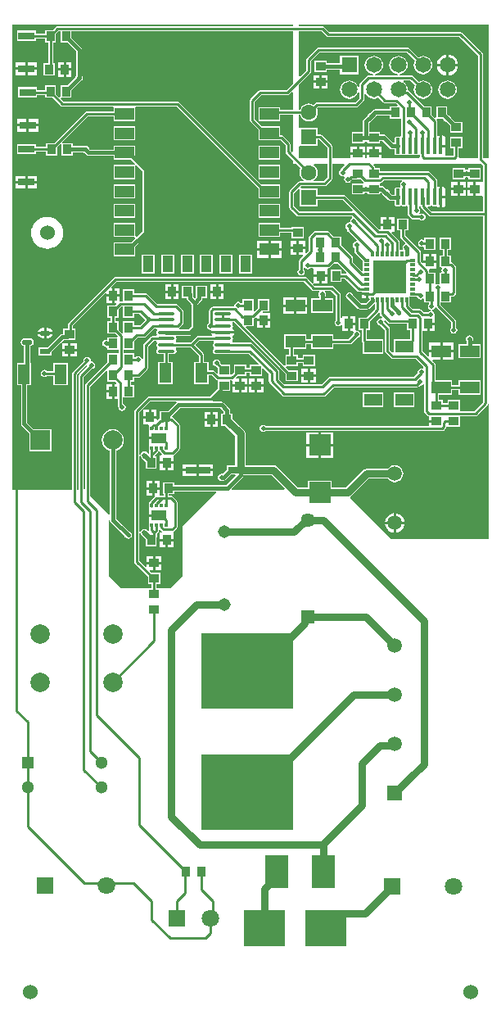
<source format=gtl>
G04*
G04 #@! TF.GenerationSoftware,Altium Limited,Altium Designer,20.2.8 (258)*
G04*
G04 Layer_Physical_Order=1*
G04 Layer_Color=255*
%FSLAX25Y25*%
%MOIN*%
G70*
G04*
G04 #@! TF.SameCoordinates,EDA4C1AF-4C8F-4A80-A391-42A014D8E1DD*
G04*
G04*
G04 #@! TF.FilePolarity,Positive*
G04*
G01*
G75*
%ADD15C,0.01000*%
%ADD24R,0.04921X0.07874*%
%ADD25R,0.04231X0.02118*%
G04:AMPARAMS|DCode=26|XSize=42.31mil|YSize=21.18mil|CornerRadius=10.59mil|HoleSize=0mil|Usage=FLASHONLY|Rotation=180.000|XOffset=0mil|YOffset=0mil|HoleType=Round|Shape=RoundedRectangle|*
%AMROUNDEDRECTD26*
21,1,0.04231,0.00000,0,0,180.0*
21,1,0.02113,0.02118,0,0,180.0*
1,1,0.02118,-0.01056,0.00000*
1,1,0.02118,0.01056,0.00000*
1,1,0.02118,0.01056,0.00000*
1,1,0.02118,-0.01056,0.00000*
%
%ADD26ROUNDEDRECTD26*%
%ADD28R,0.08898X0.08504*%
%ADD33R,0.07874X0.04921*%
%ADD35R,0.01181X0.02362*%
%ADD36R,0.02362X0.01181*%
%ADD37R,0.13583X0.13583*%
%ADD38R,0.16700X0.15000*%
%ADD44R,0.07874X0.07874*%
%ADD45C,0.07874*%
%ADD53R,0.05118X0.05118*%
%ADD54C,0.05118*%
%ADD58R,0.03937X0.03543*%
%ADD59R,0.04331X0.06693*%
%ADD60R,0.07874X0.04724*%
%ADD61R,0.01181X0.01378*%
%ADD62R,0.06299X0.04331*%
%ADD63R,0.03543X0.03937*%
%ADD64R,0.10236X0.02559*%
%ADD65R,0.37795X0.30709*%
%ADD66R,0.09331X0.13268*%
%ADD67O,0.07284X0.01378*%
G04:AMPARAMS|DCode=68|XSize=64.57mil|YSize=16.14mil|CornerRadius=2.02mil|HoleSize=0mil|Usage=FLASHONLY|Rotation=90.000|XOffset=0mil|YOffset=0mil|HoleType=Round|Shape=RoundedRectangle|*
%AMROUNDEDRECTD68*
21,1,0.06457,0.01211,0,0,90.0*
21,1,0.06053,0.01614,0,0,90.0*
1,1,0.00404,0.00605,0.03027*
1,1,0.00404,0.00605,-0.03027*
1,1,0.00404,-0.00605,-0.03027*
1,1,0.00404,-0.00605,0.03027*
%
%ADD68ROUNDEDRECTD68*%
%ADD69R,0.06693X0.03150*%
%ADD70R,0.07480X0.05118*%
%ADD71C,0.01500*%
%ADD72C,0.03000*%
%ADD73C,0.02000*%
%ADD74C,0.06000*%
%ADD75C,0.06496*%
%ADD76R,0.06496X0.06496*%
%ADD77R,0.06299X0.06299*%
%ADD78C,0.06299*%
%ADD79C,0.07087*%
%ADD80R,0.07087X0.07087*%
%ADD81C,0.05150*%
%ADD82R,0.05709X0.05709*%
%ADD83C,0.05709*%
%ADD84R,0.05937X0.05937*%
%ADD85C,0.05937*%
%ADD86R,0.07087X0.07087*%
%ADD87C,0.01968*%
%ADD88C,0.02362*%
G36*
X630000Y498588D02*
X534222D01*
X533832Y498511D01*
X533501Y498289D01*
X532180Y496969D01*
X529079D01*
Y495713D01*
X525347D01*
Y496768D01*
X517654D01*
Y492618D01*
X525347D01*
Y493673D01*
X529079D01*
Y492031D01*
X530331D01*
Y483468D01*
X528579D01*
Y478532D01*
X533122D01*
Y483468D01*
X532370D01*
Y492031D01*
X533622D01*
Y495527D01*
X534644Y496549D01*
X535378D01*
Y492031D01*
X538119D01*
X541725Y488425D01*
Y478311D01*
X541602Y478126D01*
X541558Y477908D01*
X538119Y474469D01*
X535378D01*
Y469925D01*
X534878Y469718D01*
X533622Y470973D01*
Y474469D01*
X529079D01*
Y472713D01*
X525846D01*
Y473768D01*
X518153D01*
Y469618D01*
X525846D01*
Y470673D01*
X529079D01*
Y469531D01*
X532180D01*
X535552Y466159D01*
X535883Y465939D01*
X536273Y465861D01*
X556560D01*
X557008Y465736D01*
X557008Y465361D01*
Y463894D01*
X546028D01*
X545637Y463816D01*
X545307Y463595D01*
X532680Y450969D01*
X529579D01*
Y449520D01*
X525347D01*
Y450575D01*
X517654D01*
Y446425D01*
X525347D01*
Y447480D01*
X529579D01*
Y446032D01*
X534122D01*
Y449527D01*
X535378Y450782D01*
X535878Y450575D01*
Y446032D01*
X540421D01*
Y447226D01*
X544674D01*
X545046Y446977D01*
X545264Y446933D01*
X545973Y446225D01*
X546386Y445949D01*
X546874Y445852D01*
X557008D01*
Y444264D01*
X564080D01*
X565729Y442614D01*
X565522Y442114D01*
X557008D01*
Y436390D01*
X565882D01*
Y441754D01*
X566382Y441961D01*
X568725Y439618D01*
Y415264D01*
X566382Y412921D01*
X565882Y413128D01*
Y418492D01*
X557008D01*
Y412768D01*
X565522D01*
X565729Y412268D01*
X564080Y410618D01*
X557008D01*
Y404894D01*
X565882D01*
Y408816D01*
X570901Y413835D01*
X571177Y414249D01*
X571275Y414736D01*
Y440146D01*
X571177Y440633D01*
X570901Y441047D01*
X565882Y446066D01*
Y449988D01*
X557008D01*
Y448400D01*
X547402D01*
X547067Y448736D01*
X547023Y448954D01*
X546695Y449445D01*
X546204Y449773D01*
X545625Y449888D01*
X545053Y449775D01*
X540421D01*
Y450969D01*
X536271D01*
X536064Y451469D01*
X546450Y461854D01*
X557008D01*
Y460012D01*
X565882D01*
X565882Y465736D01*
X566330Y465861D01*
X582697D01*
X616039Y432519D01*
X616063Y432503D01*
Y428516D01*
X624937D01*
Y434240D01*
X618736D01*
X618638Y434260D01*
X617182D01*
X583841Y467601D01*
X583510Y467823D01*
X583119Y467900D01*
X536695D01*
X535564Y469031D01*
X535771Y469531D01*
X539921D01*
Y472666D01*
X543361Y476106D01*
X543579Y476149D01*
X544070Y476477D01*
X544398Y476968D01*
X544513Y477547D01*
X544398Y478126D01*
X544275Y478311D01*
Y488953D01*
X544177Y489440D01*
X543901Y489854D01*
X539921Y493834D01*
Y496549D01*
X630000D01*
Y475242D01*
X627378Y472620D01*
X616800D01*
X616410Y472542D01*
X616079Y472321D01*
X612879Y469121D01*
X612658Y468790D01*
X612580Y468400D01*
Y460325D01*
X612658Y459935D01*
X612879Y459604D01*
X616063Y456420D01*
Y452138D01*
X622264D01*
X622362Y452118D01*
X624940D01*
X626980Y450078D01*
Y447500D01*
X627058Y447110D01*
X627279Y446779D01*
X630000Y444058D01*
Y442500D01*
X631558D01*
X633284Y440774D01*
X632944Y439953D01*
X632819Y439000D01*
X632944Y438047D01*
X633312Y437159D01*
X633897Y436397D01*
X634454Y435970D01*
X634284Y435470D01*
X632950D01*
X632560Y435392D01*
X632229Y435171D01*
X628879Y431821D01*
X628658Y431490D01*
X628580Y431100D01*
Y425000D01*
X628658Y424610D01*
X628879Y424279D01*
X631579Y421579D01*
X631910Y421358D01*
X632300Y421280D01*
X654030D01*
X654276Y420985D01*
X654211Y420509D01*
X654206Y420488D01*
X653729Y420170D01*
X653401Y419679D01*
X653314Y419241D01*
X653113Y418970D01*
X652842Y418769D01*
X652404Y418681D01*
X651913Y418353D01*
X651585Y417862D01*
X651470Y417283D01*
X651585Y416704D01*
X651913Y416213D01*
X652149Y416056D01*
Y415784D01*
X652227Y415394D01*
X652448Y415063D01*
X656022Y411489D01*
X656020Y411447D01*
X655825Y410979D01*
X655421Y410898D01*
X654930Y410570D01*
X654602Y410079D01*
X654487Y409500D01*
X654602Y408921D01*
X654930Y408430D01*
X655012Y408375D01*
Y407016D01*
X655090Y406626D01*
X655310Y406295D01*
X658567Y403038D01*
Y399182D01*
X658067Y398975D01*
X654418Y402624D01*
Y404405D01*
X654340Y404795D01*
X654119Y405126D01*
X649772Y409473D01*
Y412968D01*
X646670D01*
X644718Y414921D01*
X644387Y415142D01*
X643997Y415220D01*
X639100D01*
X638710Y415142D01*
X638379Y414921D01*
X636679Y413221D01*
X636458Y412890D01*
X636380Y412500D01*
Y407272D01*
X635430Y406322D01*
X634969Y406514D01*
Y407850D01*
X632500D01*
Y405579D01*
X634033D01*
X634225Y405117D01*
X632679Y403571D01*
X632458Y403240D01*
X632380Y402850D01*
Y399704D01*
X632330Y399670D01*
X632002Y399179D01*
X631887Y398600D01*
X632002Y398021D01*
X632330Y397530D01*
X632821Y397202D01*
X633400Y397087D01*
X633979Y397202D01*
X634470Y397530D01*
X634798Y398021D01*
X634913Y398600D01*
X634798Y399179D01*
X634470Y399670D01*
X634463Y399675D01*
X634481Y400132D01*
X634933Y400275D01*
X635030Y400130D01*
X635521Y399802D01*
X636100Y399687D01*
X636679Y399802D01*
X637170Y400130D01*
X637204Y400180D01*
X638167D01*
X638579Y399969D01*
X638579Y399680D01*
Y397500D01*
X641350D01*
X644122D01*
X644122Y399764D01*
X644343Y400099D01*
X644524Y400206D01*
X644787Y400258D01*
X645118Y400479D01*
X646670Y402032D01*
X648330D01*
X651895Y398467D01*
X651648Y398006D01*
X651579Y398020D01*
X649921D01*
Y399468D01*
X645378D01*
Y394531D01*
X649921D01*
Y395980D01*
X651156D01*
X656279Y390858D01*
X656610Y390637D01*
X657000Y390559D01*
X658067D01*
Y390110D01*
X660248D01*
Y389610D01*
X660748D01*
Y388020D01*
X661021D01*
X661114Y387956D01*
X661332Y387659D01*
X661351Y387520D01*
X659706Y385875D01*
X657928D01*
X654557Y389246D01*
X654525Y389406D01*
X654197Y389897D01*
X653706Y390225D01*
X653127Y390340D01*
X652548Y390225D01*
X652057Y389897D01*
X651729Y389406D01*
X651613Y388827D01*
X651729Y388248D01*
X652057Y387757D01*
X652548Y387429D01*
X652824Y387374D01*
X656499Y383699D01*
X656912Y383422D01*
X657400Y383326D01*
X660234D01*
X660722Y383422D01*
X661135Y383699D01*
X663003Y385567D01*
X663559D01*
Y383548D01*
X659979Y379969D01*
X656878D01*
Y375031D01*
X658130D01*
Y370697D01*
X658208Y370307D01*
X658429Y369976D01*
X658461Y369944D01*
Y365268D01*
X666941D01*
Y371386D01*
X660169D01*
Y375031D01*
X661421D01*
Y378527D01*
X665028Y382133D01*
X665528Y381926D01*
Y381453D01*
X665605Y381063D01*
X665826Y380732D01*
X666469Y380089D01*
X666216Y379635D01*
X665782Y379721D01*
X665203Y379606D01*
X664712Y379278D01*
X664384Y378787D01*
X664268Y378208D01*
X664384Y377628D01*
X664712Y377138D01*
X665203Y376810D01*
X665782Y376694D01*
X665841Y376706D01*
X667580Y374967D01*
Y366400D01*
X667658Y366010D01*
X667879Y365679D01*
X670073Y363485D01*
X670404Y363264D01*
X670794Y363187D01*
X679972D01*
X683224Y359934D01*
X683198Y359750D01*
X683175Y359703D01*
X682653Y359366D01*
X682416Y359413D01*
X681837Y359298D01*
X681346Y358970D01*
X681018Y358479D01*
X680902Y357900D01*
X680958Y357622D01*
X680095Y356759D01*
X680051Y356693D01*
X679278Y355920D01*
X645200D01*
X644810Y355842D01*
X644479Y355621D01*
X641678Y352820D01*
X626622D01*
X624520Y354922D01*
Y358100D01*
X624442Y358490D01*
X624221Y358821D01*
X613439Y369603D01*
X613108Y369824D01*
X612718Y369901D01*
X605490D01*
X605388Y370024D01*
X605326Y370584D01*
X605588Y370977D01*
X605681Y371441D01*
X605588Y371905D01*
X605326Y372298D01*
Y372541D01*
X605686Y372782D01*
X606060Y373341D01*
X606091Y373500D01*
X601516D01*
X596940D01*
X596972Y373341D01*
X597187Y373020D01*
X596919Y372520D01*
X591500D01*
X591110Y372442D01*
X590779Y372221D01*
X588460Y369901D01*
X582458D01*
X582357Y370024D01*
X582294Y370584D01*
X582557Y370977D01*
X582649Y371441D01*
X582557Y371905D01*
X582343Y372225D01*
X582425Y372513D01*
X582555Y372726D01*
X588000D01*
X588488Y372822D01*
X588901Y373099D01*
X590901Y375099D01*
X591178Y375512D01*
X591274Y376000D01*
Y385236D01*
X591398Y385421D01*
X591442Y385639D01*
X592730Y386928D01*
X593006Y387341D01*
X593103Y387829D01*
Y388032D01*
X595122D01*
Y392969D01*
X590579D01*
Y389601D01*
X590554Y389478D01*
Y388357D01*
X590000Y387802D01*
X589421Y388381D01*
Y392969D01*
X584878D01*
Y388032D01*
X586726D01*
Y388000D01*
X586823Y387512D01*
X587099Y387099D01*
X588558Y385639D01*
X588602Y385421D01*
X588726Y385236D01*
Y376528D01*
X587472Y375274D01*
X583837D01*
X583685Y375775D01*
X583780Y375838D01*
X585221Y377279D01*
X585442Y377610D01*
X585520Y378000D01*
Y382500D01*
X585442Y382890D01*
X585221Y383221D01*
X583221Y385221D01*
X582890Y385442D01*
X582500Y385520D01*
X574922D01*
X570721Y389721D01*
X570390Y389942D01*
X570000Y390020D01*
X565421D01*
Y391469D01*
X560878D01*
Y386720D01*
X559854D01*
X559622Y386910D01*
Y388500D01*
X557350D01*
Y386032D01*
X558090D01*
X558281Y385570D01*
X557680Y384968D01*
X554579D01*
Y380031D01*
X555831D01*
Y378468D01*
X554579D01*
Y373532D01*
X557680D01*
X558743Y372468D01*
X558536Y371969D01*
X554579D01*
Y371292D01*
X554192Y370975D01*
X554000Y371013D01*
X553421Y370898D01*
X552930Y370570D01*
X552602Y370079D01*
X552487Y369500D01*
X552602Y368921D01*
X552930Y368430D01*
X553421Y368102D01*
X554000Y367987D01*
X554192Y368025D01*
X554579Y367708D01*
Y367032D01*
X558980D01*
Y365469D01*
X554579D01*
Y361973D01*
X545779Y353174D01*
X545558Y352843D01*
X545480Y352453D01*
Y310477D01*
X544980Y310194D01*
X544720Y310336D01*
Y355778D01*
X548040Y359099D01*
X548100Y359087D01*
X548679Y359202D01*
X549170Y359530D01*
X549498Y360021D01*
X549613Y360600D01*
X549498Y361179D01*
X549170Y361670D01*
X548679Y361998D01*
X548215Y362090D01*
X547957Y362295D01*
X547752Y362554D01*
X547660Y363018D01*
X547332Y363509D01*
X546841Y363837D01*
X546262Y363952D01*
X545682Y363837D01*
X545191Y363509D01*
X544863Y363018D01*
X544748Y362439D01*
X544760Y362379D01*
X540379Y357998D01*
X540158Y357667D01*
X540080Y357277D01*
Y310000D01*
X515649D01*
X515649Y499351D01*
X630000Y499351D01*
Y498588D01*
D02*
G37*
G36*
X643679Y494579D02*
X644010Y494358D01*
X644400Y494280D01*
X697778D01*
X705380Y486678D01*
Y445000D01*
X697891D01*
X697580Y445500D01*
X697620Y445700D01*
Y448879D01*
X699068D01*
Y453422D01*
X694132D01*
Y448879D01*
X695580D01*
Y446122D01*
X695378Y445920D01*
X692282D01*
X692002Y446355D01*
X691995Y446420D01*
X692081Y446847D01*
Y449374D01*
X690250D01*
Y449874D01*
X689750D01*
Y454126D01*
X689645D01*
X689270Y454051D01*
X688932Y454230D01*
X688770Y454363D01*
Y459903D01*
X688692Y460294D01*
X688533Y460532D01*
X688634Y460845D01*
X688771Y461031D01*
X691119D01*
X691574Y460576D01*
X691617Y460358D01*
X691946Y459867D01*
X692436Y459539D01*
X692655Y459496D01*
X694132Y458019D01*
Y455178D01*
X699068D01*
Y459721D01*
X696034D01*
X694457Y461298D01*
X694414Y461516D01*
X694086Y462007D01*
X693595Y462335D01*
X693376Y462379D01*
X692921Y462834D01*
Y465969D01*
X688378D01*
Y461425D01*
X687878Y461217D01*
X686622Y462473D01*
Y465969D01*
X683521D01*
X677068Y472421D01*
X676764Y472625D01*
X676780Y472752D01*
X676652Y473730D01*
X676274Y474642D01*
X675673Y475425D01*
X674949Y475980D01*
X674962Y476189D01*
X675089Y476480D01*
X677830D01*
X679709Y474601D01*
X679348Y473730D01*
X679220Y472752D01*
X679348Y471773D01*
X679726Y470862D01*
X680327Y470079D01*
X681110Y469478D01*
X682022Y469100D01*
X683000Y468972D01*
X683978Y469100D01*
X684890Y469478D01*
X685673Y470079D01*
X686274Y470862D01*
X686652Y471773D01*
X686780Y472752D01*
X686652Y473730D01*
X686274Y474642D01*
X685673Y475425D01*
X684890Y476026D01*
X683978Y476404D01*
X683000Y476532D01*
X682022Y476404D01*
X681151Y476043D01*
X678973Y478221D01*
X678642Y478442D01*
X678252Y478520D01*
X673397D01*
X673364Y479020D01*
X673978Y479100D01*
X674890Y479478D01*
X675673Y480079D01*
X676274Y480862D01*
X676652Y481774D01*
X676780Y482752D01*
X676652Y483730D01*
X676274Y484642D01*
X675673Y485425D01*
X674890Y486026D01*
X673978Y486404D01*
X673000Y486532D01*
X672022Y486404D01*
X671110Y486026D01*
X670327Y485425D01*
X669726Y484642D01*
X669348Y483730D01*
X669220Y482752D01*
X669348Y481774D01*
X669726Y480862D01*
X670327Y480079D01*
X671110Y479478D01*
X672022Y479100D01*
X672636Y479020D01*
X672603Y478520D01*
X663397D01*
X663365Y479020D01*
X663978Y479100D01*
X664890Y479478D01*
X665673Y480079D01*
X666274Y480862D01*
X666652Y481774D01*
X666780Y482752D01*
X666652Y483730D01*
X666274Y484642D01*
X665673Y485425D01*
X664890Y486026D01*
X663978Y486404D01*
X663000Y486532D01*
X662022Y486404D01*
X661110Y486026D01*
X660327Y485425D01*
X659726Y484642D01*
X659348Y483730D01*
X659220Y482752D01*
X659348Y481774D01*
X659726Y480862D01*
X660327Y480079D01*
X661110Y479478D01*
X662022Y479100D01*
X662636Y479020D01*
X662603Y478520D01*
X660800D01*
X660410Y478442D01*
X660079Y478221D01*
X657379Y475521D01*
X657158Y475190D01*
X657080Y474800D01*
Y474002D01*
X656580Y473902D01*
X656274Y474642D01*
X655673Y475425D01*
X654890Y476026D01*
X653978Y476404D01*
X653000Y476532D01*
X652022Y476404D01*
X651110Y476026D01*
X650327Y475425D01*
X649726Y474642D01*
X649348Y473730D01*
X649220Y472752D01*
X649348Y471773D01*
X649726Y470862D01*
X650327Y470079D01*
X651110Y469478D01*
X652022Y469100D01*
X653000Y468972D01*
X653978Y469100D01*
X654890Y469478D01*
X655673Y470079D01*
X656274Y470862D01*
X656580Y471602D01*
X657080Y471502D01*
Y469322D01*
X655435Y467677D01*
X639919D01*
X639528Y467599D01*
X639198Y467378D01*
X638435Y466615D01*
X638341Y466688D01*
X637453Y467056D01*
X636500Y467181D01*
X635547Y467056D01*
X634659Y466688D01*
X633897Y466103D01*
X633312Y465341D01*
X632972Y464520D01*
X632500D01*
Y474858D01*
X637171Y479529D01*
X637392Y479860D01*
X637470Y480250D01*
Y484428D01*
X640922Y487880D01*
X676430D01*
X679709Y484601D01*
X679348Y483730D01*
X679220Y482752D01*
X679348Y481774D01*
X679726Y480862D01*
X680327Y480079D01*
X681110Y479478D01*
X682022Y479100D01*
X683000Y478972D01*
X683978Y479100D01*
X684890Y479478D01*
X685673Y480079D01*
X686274Y480862D01*
X686652Y481774D01*
X686780Y482752D01*
X686652Y483730D01*
X686274Y484642D01*
X685673Y485425D01*
X684890Y486026D01*
X683978Y486404D01*
X683000Y486532D01*
X682022Y486404D01*
X681151Y486043D01*
X677573Y489621D01*
X677242Y489842D01*
X676852Y489920D01*
X640500D01*
X640110Y489842D01*
X639779Y489621D01*
X635729Y485571D01*
X635508Y485240D01*
X635430Y484850D01*
Y480672D01*
X632962Y478204D01*
X632500Y478395D01*
Y496549D01*
X641709D01*
X643679Y494579D01*
D02*
G37*
G36*
X630000Y471705D02*
Y464520D01*
X624937D01*
Y465736D01*
X616063D01*
Y460012D01*
X624937D01*
Y462480D01*
X630000D01*
Y447595D01*
X629538Y447404D01*
X629020Y447922D01*
Y450500D01*
X628942Y450890D01*
X628721Y451221D01*
X626083Y453859D01*
X625752Y454080D01*
X625362Y454157D01*
X624937D01*
Y457862D01*
X617505D01*
X614620Y460747D01*
Y467978D01*
X617222Y470580D01*
X627800D01*
X628190Y470658D01*
X628521Y470879D01*
X629538Y471896D01*
X630000Y471705D01*
D02*
G37*
G36*
X659726Y470862D02*
X660327Y470079D01*
X661110Y469478D01*
X662022Y469100D01*
X663000Y468972D01*
X663978Y469100D01*
X664849Y469461D01*
X666627Y467683D01*
X666958Y467462D01*
X667348Y467384D01*
X671820D01*
X672774Y466430D01*
X672582Y465969D01*
X669579D01*
Y464775D01*
X663500D01*
X663012Y464677D01*
X662599Y464401D01*
X661639Y463442D01*
X661421Y463398D01*
X660930Y463070D01*
X660602Y462579D01*
X660558Y462361D01*
X658849Y460651D01*
X658572Y460238D01*
X658475Y459750D01*
Y455421D01*
X654032D01*
Y450878D01*
X658968D01*
Y451321D01*
X658976Y451336D01*
X659469Y451692D01*
X659750Y451636D01*
X660032Y451692D01*
X660524Y451336D01*
X660532Y451321D01*
Y450878D01*
X665469D01*
Y451875D01*
X666622D01*
X669525Y448973D01*
X669938Y448697D01*
X670426Y448599D01*
X671429D01*
Y446847D01*
X671484Y446574D01*
X671639Y446342D01*
X671871Y446186D01*
X672145Y446132D01*
X673355D01*
X673629Y446186D01*
X673861Y446342D01*
X674139D01*
X674371Y446186D01*
X674645Y446132D01*
X675855D01*
X676129Y446186D01*
X676361Y446342D01*
X676639D01*
X676871Y446186D01*
X677145Y446132D01*
X678355D01*
X678629Y446186D01*
X678861Y446342D01*
X679139D01*
X679371Y446186D01*
X679645Y446132D01*
X680855D01*
X681129Y446186D01*
X681230Y446254D01*
X681665Y446088D01*
X681730Y446033D01*
Y445650D01*
X681760Y445500D01*
X681426Y445000D01*
X665969D01*
Y446350D01*
X663000D01*
Y446850D01*
D01*
Y446350D01*
X660032D01*
Y445000D01*
X659469D01*
Y446350D01*
X656500D01*
X653532D01*
Y445000D01*
X646020D01*
Y449700D01*
X645942Y450090D01*
X645721Y450421D01*
X641921Y454221D01*
X641590Y454442D01*
X641200Y454520D01*
X640150D01*
Y457150D01*
X632850D01*
X632500Y457505D01*
Y462480D01*
X632972D01*
X633312Y461659D01*
X633897Y460897D01*
X634659Y460312D01*
X635547Y459944D01*
X636500Y459819D01*
X637453Y459944D01*
X638341Y460312D01*
X639103Y460897D01*
X639688Y461659D01*
X640056Y462547D01*
X640181Y463500D01*
X640056Y464453D01*
X639792Y465089D01*
X640341Y465637D01*
X655857D01*
X656247Y465715D01*
X656578Y465936D01*
X658821Y468179D01*
X659042Y468510D01*
X659120Y468900D01*
Y471020D01*
X659620Y471119D01*
X659726Y470862D01*
D02*
G37*
G36*
X669579Y461031D02*
X673980D01*
Y453928D01*
X673881Y453825D01*
X673480Y453591D01*
X673355Y453616D01*
X672145D01*
X671871Y453562D01*
X671639Y453406D01*
X671484Y453174D01*
X671429Y452901D01*
Y451208D01*
X670929Y451173D01*
X668052Y454051D01*
X667638Y454327D01*
X667150Y454424D01*
X665469D01*
Y455421D01*
X661025D01*
Y459222D01*
X662361Y460558D01*
X662579Y460602D01*
X663070Y460930D01*
X663398Y461421D01*
X663442Y461639D01*
X664028Y462225D01*
X669579D01*
Y461031D01*
D02*
G37*
G36*
X709851Y445000D02*
X707420D01*
Y487100D01*
X707342Y487490D01*
X707121Y487821D01*
X698921Y496021D01*
X698590Y496242D01*
X698200Y496320D01*
X644822D01*
X642852Y498289D01*
X642522Y498511D01*
X642132Y498588D01*
X632500D01*
Y499351D01*
X709851Y499351D01*
X709851Y445000D01*
D02*
G37*
G36*
X643980Y449278D02*
Y445000D01*
X632500D01*
Y449496D01*
X632850Y449850D01*
X640150D01*
Y452480D01*
X640778D01*
X643980Y449278D01*
D02*
G37*
G36*
Y437022D02*
X642428Y435470D01*
X638716D01*
X638546Y435970D01*
X639103Y436397D01*
X639688Y437159D01*
X640056Y438047D01*
X640181Y439000D01*
X640056Y439953D01*
X639688Y440840D01*
X639103Y441603D01*
X638585Y442000D01*
X638755Y442500D01*
X643980D01*
Y437022D01*
D02*
G37*
G36*
X674519Y435530D02*
X674130Y435270D01*
X673802Y434779D01*
X673687Y434200D01*
X673802Y433621D01*
X673922Y433441D01*
X673872Y433236D01*
X673629Y432814D01*
X673355Y432868D01*
X672145D01*
X671871Y432814D01*
X671639Y432658D01*
X671484Y432426D01*
X671429Y432153D01*
Y430075D01*
X670328D01*
X669342Y431061D01*
X669298Y431279D01*
X668970Y431770D01*
X668479Y432098D01*
X668261Y432142D01*
X667151Y433252D01*
X666737Y433528D01*
X666250Y433625D01*
X665469D01*
Y434622D01*
X665814Y434836D01*
X666145Y435057D01*
X667118Y436030D01*
X674424D01*
X674519Y435530D01*
D02*
G37*
G36*
X707366Y441992D02*
Y435369D01*
X706968Y435122D01*
X706866Y435122D01*
X704500D01*
Y432350D01*
Y429579D01*
X706866D01*
X706968Y429579D01*
X707366Y429332D01*
Y423220D01*
X686622D01*
X684958Y424884D01*
X685165Y425384D01*
X685855D01*
X686129Y425438D01*
X686361Y425594D01*
X686639D01*
X686871Y425438D01*
X687145Y425384D01*
X688355D01*
X688629Y425438D01*
X688637Y425444D01*
X688778Y425233D01*
X689176Y424967D01*
X689645Y424874D01*
X689750D01*
Y429126D01*
Y433378D01*
X689645D01*
X689270Y433303D01*
X688932Y433482D01*
X688770Y433614D01*
Y435950D01*
X688692Y436340D01*
X688471Y436671D01*
X685771Y439371D01*
X685441Y439592D01*
X685050Y439669D01*
X665469D01*
Y440921D01*
X663420D01*
Y441100D01*
X663342Y441490D01*
X663121Y441821D01*
X662904Y442038D01*
X663095Y442500D01*
X706858D01*
X707366Y441992D01*
D02*
G37*
G36*
X632850Y432201D02*
Y425350D01*
X640150D01*
Y427949D01*
X650254D01*
X654384Y423820D01*
X654177Y423320D01*
X632722D01*
X630620Y425422D01*
Y430678D01*
X632350Y432409D01*
X632850Y432201D01*
D02*
G37*
G36*
X680433Y388520D02*
X680723Y388140D01*
X680930Y387830D01*
X681421Y387502D01*
X682000Y387387D01*
X682579Y387502D01*
X683070Y387830D01*
X683079Y387843D01*
X683579Y387691D01*
Y386221D01*
X685480D01*
Y385704D01*
X685430Y385670D01*
X685102Y385179D01*
X684987Y384600D01*
X685102Y384021D01*
X685430Y383530D01*
X685921Y383202D01*
X686052Y383176D01*
Y382666D01*
X685644Y382585D01*
X685153Y382257D01*
X685120Y382206D01*
X683336D01*
X682221Y383321D01*
X681890Y383542D01*
X681500Y383620D01*
X678785D01*
X677409Y384995D01*
Y385567D01*
X677480D01*
Y388520D01*
X680433D01*
D02*
G37*
G36*
X560878Y380031D02*
X565421D01*
Y381480D01*
X567578D01*
X569880Y379178D01*
X569869Y379118D01*
X569880Y379059D01*
X567841Y377020D01*
X565421D01*
Y378468D01*
X560878D01*
Y373925D01*
X560378Y373717D01*
X559122Y374973D01*
Y378468D01*
X557870D01*
Y380031D01*
X559122D01*
Y383527D01*
X560276Y384680D01*
X560878D01*
Y380031D01*
D02*
G37*
G36*
X650996Y442038D02*
X649611Y440653D01*
X649390Y440322D01*
X649351Y440130D01*
X649261Y440070D01*
X648933Y439579D01*
X648818Y439000D01*
X648933Y438421D01*
X649261Y437930D01*
X649752Y437602D01*
X650331Y437487D01*
X650820Y437584D01*
X651045Y437366D01*
X651151Y437179D01*
X651018Y436979D01*
X650902Y436400D01*
X651018Y435821D01*
X651346Y435330D01*
X651837Y435002D01*
X652416Y434887D01*
X652995Y435002D01*
X653486Y435330D01*
X653814Y435821D01*
X653882Y436162D01*
X654078Y436358D01*
X655425D01*
X655524Y436378D01*
X657527D01*
X658782Y435122D01*
X658734Y434859D01*
X658599Y434622D01*
X654032D01*
Y430079D01*
X658968D01*
Y430521D01*
X658976Y430537D01*
X659469Y430893D01*
X659750Y430837D01*
X660032Y430893D01*
X660524Y430537D01*
X660532Y430521D01*
Y430079D01*
X665469D01*
Y430622D01*
X665969Y430829D01*
X666458Y430339D01*
X666502Y430121D01*
X666830Y429630D01*
X667321Y429302D01*
X667539Y429258D01*
X668899Y427899D01*
X669312Y427623D01*
X669800Y427526D01*
X671429D01*
Y426099D01*
X671484Y425826D01*
X671639Y425594D01*
X671871Y425438D01*
X672145Y425384D01*
X673355D01*
X673629Y425438D01*
X673861Y425594D01*
X674139D01*
X674371Y425438D01*
X674645Y425384D01*
X675855D01*
X676129Y425438D01*
X676230Y425506D01*
X676664Y425340D01*
X676730Y425284D01*
Y422250D01*
X676808Y421860D01*
X677029Y421529D01*
X678195Y420363D01*
X678526Y420142D01*
X678916Y420065D01*
X681440D01*
X681530Y419930D01*
X682021Y419602D01*
X682600Y419487D01*
X683179Y419602D01*
X683670Y419930D01*
X683998Y420421D01*
X684113Y421000D01*
X683998Y421579D01*
X683670Y422070D01*
X683179Y422398D01*
X682600Y422513D01*
X682021Y422398D01*
X681893Y422313D01*
X681533Y422673D01*
X681698Y422921D01*
X681813Y423500D01*
X681698Y424079D01*
X681370Y424570D01*
X681295Y424620D01*
Y424985D01*
X681373Y425079D01*
X681789Y425282D01*
X682081Y425122D01*
X682115Y424953D01*
X682336Y424622D01*
X685479Y421479D01*
X685810Y421258D01*
X686200Y421180D01*
X707366D01*
Y345508D01*
X703878Y342020D01*
X697968D01*
Y346421D01*
X693032D01*
Y345169D01*
X690969D01*
Y346421D01*
X689520D01*
Y348657D01*
X694937D01*
Y350599D01*
X697563D01*
Y348657D01*
X706437D01*
Y354579D01*
X697563D01*
Y352638D01*
X694937D01*
Y354579D01*
X688083D01*
Y360808D01*
X688005Y361198D01*
X687784Y361529D01*
X686854Y362459D01*
X687045Y362921D01*
X690000D01*
Y365882D01*
X685563D01*
Y364403D01*
X685101Y364212D01*
X682920Y366393D01*
Y374532D01*
X684650D01*
Y377500D01*
X685150D01*
Y378000D01*
X687921D01*
Y380469D01*
X687921D01*
X687694Y380968D01*
X687737Y381187D01*
X687622Y381766D01*
X687294Y382257D01*
X686803Y382585D01*
X686671Y382611D01*
Y383121D01*
X687079Y383202D01*
X687570Y383530D01*
X687898Y384021D01*
X687901Y384036D01*
X688432Y384142D01*
X688464Y384094D01*
X694480Y378078D01*
Y376104D01*
X694430Y376070D01*
X694102Y375579D01*
X693987Y375000D01*
X694102Y374421D01*
X694430Y373930D01*
X694921Y373602D01*
X695500Y373487D01*
X696079Y373602D01*
X696570Y373930D01*
X696898Y374421D01*
X697013Y375000D01*
X696898Y375579D01*
X696570Y376070D01*
X696520Y376104D01*
Y378500D01*
X696442Y378890D01*
X696221Y379221D01*
X690205Y385237D01*
Y386221D01*
X694421D01*
Y388480D01*
X694914D01*
X695304Y388558D01*
X695635Y388779D01*
X696221Y389365D01*
X696442Y389696D01*
X696520Y390086D01*
Y400500D01*
X696442Y400890D01*
X696221Y401221D01*
X695221Y402221D01*
X694890Y402442D01*
X694500Y402520D01*
X694421D01*
Y405365D01*
X693169D01*
Y407531D01*
X694421D01*
Y412468D01*
X689878D01*
Y407531D01*
X691130D01*
Y405365D01*
X689878D01*
Y400428D01*
X690492D01*
X690759Y399928D01*
X690677Y399804D01*
X690561Y399225D01*
X690654Y398762D01*
X690378Y398262D01*
X689878D01*
Y393900D01*
X689814Y393813D01*
X689378Y393538D01*
X689000Y393613D01*
X688622Y393538D01*
X688186Y393813D01*
X688122Y393900D01*
Y398262D01*
X685598D01*
Y398872D01*
X685521Y399263D01*
X685410Y399428D01*
X685630Y399928D01*
X688622D01*
Y402397D01*
X685850D01*
X682907D01*
X682617Y402276D01*
X682053Y402841D01*
Y406714D01*
X681975Y407105D01*
X681754Y407436D01*
X675869Y413320D01*
Y415431D01*
X677121D01*
Y420368D01*
X672578D01*
Y415431D01*
X673830D01*
Y412898D01*
X673908Y412508D01*
X674129Y412177D01*
X675912Y410394D01*
X675747Y409851D01*
X675666Y409835D01*
X675175Y409507D01*
X674847Y409016D01*
X674731Y408437D01*
X674832Y407933D01*
X674732Y407705D01*
X674529Y407433D01*
X673472D01*
Y410757D01*
X673395Y411148D01*
X673174Y411479D01*
X670183Y414470D01*
X670374Y414931D01*
X671322D01*
Y417400D01*
X668550D01*
X665779D01*
Y415851D01*
X665236D01*
X651398Y429690D01*
X651067Y429911D01*
X650677Y429988D01*
X640150D01*
Y432650D01*
X633418D01*
X633213Y433114D01*
X633464Y433430D01*
X642850D01*
X643240Y433508D01*
X643571Y433729D01*
X645721Y435879D01*
X645942Y436210D01*
X646020Y436600D01*
Y442500D01*
X650805D01*
X650996Y442038D01*
D02*
G37*
G36*
X668779Y377779D02*
X669110Y377558D01*
X669500Y377480D01*
X676579D01*
Y375031D01*
X677831D01*
Y371386D01*
X671059D01*
Y366036D01*
X670597Y365845D01*
X669620Y366822D01*
Y375390D01*
X669542Y375780D01*
X669321Y376111D01*
X667283Y378148D01*
X667295Y378208D01*
X667209Y378642D01*
X667664Y378894D01*
X668779Y377779D01*
D02*
G37*
G36*
X574612Y375417D02*
X574674Y374857D01*
X574411Y374464D01*
X574319Y374000D01*
X574411Y373536D01*
X574674Y373143D01*
X574612Y372583D01*
X574510Y372461D01*
X572941D01*
X572551Y372383D01*
X572220Y372162D01*
X569279Y369221D01*
X569058Y368890D01*
X568980Y368500D01*
Y363215D01*
X568480Y363165D01*
X568398Y363579D01*
X568070Y364070D01*
X567579Y364398D01*
X567000Y364513D01*
X566421Y364398D01*
X565930Y364070D01*
X565896Y364020D01*
X565421D01*
Y365469D01*
X561020D01*
Y367032D01*
X565421D01*
Y370527D01*
X566875Y371980D01*
X569500D01*
X569890Y372058D01*
X570221Y372279D01*
X573481Y375539D01*
X574510D01*
X574612Y375417D01*
D02*
G37*
G36*
X597922Y370439D02*
X597924Y370435D01*
Y369888D01*
X597922Y369884D01*
X597706Y369739D01*
X597443Y369346D01*
X597351Y368882D01*
X597443Y368418D01*
X597706Y368025D01*
X597922Y367880D01*
X597924Y367876D01*
Y367329D01*
X597922Y367325D01*
X597706Y367180D01*
X597443Y366787D01*
X597351Y366323D01*
X597443Y365859D01*
X597706Y365466D01*
X598099Y365203D01*
X598563Y365111D01*
X604468D01*
X604932Y365203D01*
X605083Y365303D01*
X612200D01*
X616120Y361383D01*
X615929Y360921D01*
X612532D01*
Y359669D01*
X610968D01*
Y360921D01*
X606032D01*
Y357820D01*
X604969Y356757D01*
X604468Y356964D01*
Y360921D01*
X600973D01*
X600494Y361401D01*
X600513Y361500D01*
X600398Y362079D01*
X600070Y362570D01*
X599579Y362898D01*
X599000Y363013D01*
X598421Y362898D01*
X597930Y362570D01*
X597602Y362079D01*
X597487Y361500D01*
X597602Y360921D01*
X597930Y360430D01*
X598421Y360102D01*
X599000Y359987D01*
X599020Y359991D01*
X599532Y359479D01*
Y357485D01*
X599070Y357294D01*
X598142Y358221D01*
X597811Y358442D01*
X597421Y358520D01*
X595843D01*
Y361937D01*
X593901D01*
Y364882D01*
X593824Y365272D01*
X593603Y365603D01*
X590324Y368882D01*
X591922Y370480D01*
X597860D01*
X597922Y370439D01*
D02*
G37*
G36*
X620280Y357223D02*
Y354100D01*
X620358Y353710D01*
X620579Y353379D01*
X625679Y348279D01*
X626010Y348058D01*
X626400Y347980D01*
X642600D01*
X642990Y348058D01*
X643321Y348279D01*
X646722Y351680D01*
X680600D01*
X680990Y351758D01*
X681321Y351979D01*
X681640Y352298D01*
X681700Y352287D01*
X682279Y352402D01*
X682770Y352730D01*
X682980Y353045D01*
X683480Y352893D01*
Y342000D01*
X683558Y341610D01*
X683779Y341279D01*
X684779Y340279D01*
X685110Y340058D01*
X685500Y339980D01*
X685532D01*
Y338350D01*
X688500D01*
Y337350D01*
X685532D01*
Y335998D01*
X619118D01*
X619070Y336070D01*
X618579Y336398D01*
X618000Y336513D01*
X617421Y336398D01*
X616930Y336070D01*
X616602Y335579D01*
X616487Y335000D01*
X616602Y334421D01*
X616930Y333930D01*
X617421Y333602D01*
X618000Y333487D01*
X618579Y333602D01*
X619070Y333930D01*
X619090Y333959D01*
X690924D01*
X691314Y334037D01*
X691645Y334258D01*
X692289Y334902D01*
X692511Y335233D01*
X692564Y335501D01*
X693032Y335579D01*
X693032Y335579D01*
X693032Y335579D01*
X697968D01*
Y339980D01*
X704300D01*
X704690Y340058D01*
X705021Y340279D01*
X709107Y344365D01*
X709328Y344696D01*
X709351Y344810D01*
X709851Y344761D01*
Y290000D01*
X670000D01*
X653432Y306568D01*
X653496Y307211D01*
X653796Y307412D01*
X660845Y314461D01*
X668693D01*
X669026Y314026D01*
X669751Y313470D01*
X670595Y313121D01*
X671500Y313002D01*
X672405Y313121D01*
X673249Y313470D01*
X673974Y314026D01*
X674530Y314751D01*
X674879Y315595D01*
X674998Y316500D01*
X674879Y317406D01*
X674530Y318249D01*
X673974Y318974D01*
X673249Y319530D01*
X672405Y319879D01*
X671500Y319998D01*
X670595Y319879D01*
X669751Y319530D01*
X669026Y318974D01*
X668693Y318539D01*
X660000D01*
X659220Y318384D01*
X658558Y317942D01*
X651510Y310894D01*
X645949D01*
Y313606D01*
X636051D01*
Y310894D01*
X631990D01*
X623442Y319442D01*
X622780Y319884D01*
X622000Y320039D01*
X610701D01*
Y332791D01*
X610701Y332791D01*
X610545Y333572D01*
X610103Y334233D01*
X605421Y338915D01*
Y340968D01*
X604424D01*
Y342350D01*
X604327Y342838D01*
X604051Y343252D01*
X601901Y345401D01*
X601488Y345677D01*
X601000Y345775D01*
X597515D01*
X597364Y346274D01*
X597371Y346279D01*
X601170Y350079D01*
X604468D01*
Y354480D01*
X605154D01*
X605532Y354170D01*
Y352850D01*
X608000D01*
Y355122D01*
X606871D01*
X606679Y355584D01*
X607473Y356378D01*
X610968D01*
Y357630D01*
X612532D01*
Y356378D01*
X617469D01*
Y359382D01*
X617930Y359573D01*
X620280Y357223D01*
D02*
G37*
G36*
X574612Y370299D02*
X574674Y369739D01*
X574411Y369346D01*
X574319Y368882D01*
X574411Y368418D01*
X574674Y368025D01*
X574891Y367880D01*
X574892Y367876D01*
Y367329D01*
X574891Y367325D01*
X574674Y367180D01*
X574411Y366787D01*
X574319Y366323D01*
X574411Y365859D01*
X574674Y365466D01*
X575068Y365203D01*
X575531Y365111D01*
X577465D01*
Y361937D01*
X575157D01*
Y353063D01*
X581079D01*
Y361937D01*
X579504D01*
Y365111D01*
X581437D01*
X581901Y365203D01*
X582294Y365466D01*
X582557Y365859D01*
X582649Y366323D01*
X582557Y366787D01*
X582294Y367180D01*
X582357Y367740D01*
X582458Y367862D01*
X588460D01*
X591862Y364460D01*
Y361937D01*
X589921D01*
Y353063D01*
X595843D01*
Y356480D01*
X596999D01*
X598700Y354779D01*
X599031Y354558D01*
X599421Y354480D01*
X599532D01*
Y351324D01*
X596227Y348020D01*
X571500D01*
X571110Y347942D01*
X570779Y347721D01*
X565779Y342721D01*
X565558Y342390D01*
X565480Y342000D01*
Y280654D01*
X565558Y280263D01*
X565779Y279933D01*
X571032Y274680D01*
Y271579D01*
X572480D01*
Y270000D01*
X560000D01*
X555000Y275000D01*
Y297633D01*
X555500Y297682D01*
X555586Y297249D01*
X555863Y296835D01*
X561558Y291139D01*
X561602Y290921D01*
X561930Y290430D01*
X562421Y290102D01*
X563000Y289987D01*
X563579Y290102D01*
X564070Y290430D01*
X564398Y290921D01*
X564513Y291500D01*
X564398Y292079D01*
X564070Y292570D01*
X563579Y292898D01*
X563361Y292942D01*
X558038Y298264D01*
Y325863D01*
X559001Y326262D01*
X559928Y326973D01*
X560639Y327900D01*
X561087Y328979D01*
X561239Y330138D01*
X561087Y331296D01*
X560639Y332376D01*
X559928Y333302D01*
X559001Y334014D01*
X557922Y334461D01*
X556764Y334613D01*
X555606Y334461D01*
X554526Y334014D01*
X553599Y333302D01*
X552888Y332376D01*
X552441Y331296D01*
X552288Y330138D01*
X552441Y328979D01*
X552888Y327900D01*
X553599Y326973D01*
X554526Y326262D01*
X555489Y325863D01*
Y300026D01*
X554989Y300011D01*
X547520Y307480D01*
Y352030D01*
X554079Y358590D01*
X554579Y358383D01*
Y354031D01*
X557680D01*
X558243Y353468D01*
X558036Y352969D01*
X557350D01*
Y350000D01*
Y347031D01*
X558703D01*
Y344278D01*
X558780Y343888D01*
X558999Y343561D01*
X558987Y343500D01*
X559102Y342921D01*
X559430Y342430D01*
X559921Y342102D01*
X560500Y341987D01*
X561079Y342102D01*
X561570Y342430D01*
X561898Y342921D01*
X562013Y343500D01*
X561898Y344079D01*
X561570Y344570D01*
X561079Y344898D01*
X560742Y344965D01*
Y347088D01*
X560878Y347532D01*
X561242Y347532D01*
X565421D01*
Y352468D01*
X564169D01*
Y354031D01*
X565421D01*
Y355480D01*
X567000D01*
X567390Y355558D01*
X567721Y355779D01*
X570721Y358779D01*
X570942Y359110D01*
X571020Y359500D01*
Y368078D01*
X573363Y370421D01*
X574510D01*
X574612Y370299D01*
D02*
G37*
G36*
X582670Y345480D02*
X582552Y345401D01*
X579119Y341968D01*
X575878D01*
Y338983D01*
X575828Y338973D01*
X575497Y338752D01*
X575084Y338339D01*
X574622Y338530D01*
Y339000D01*
X571850D01*
X569079D01*
Y336531D01*
X571229D01*
X571457Y336126D01*
Y334165D01*
X571350D01*
Y331500D01*
X575500D01*
Y330500D01*
X571350D01*
Y327835D01*
X571457D01*
Y325874D01*
X571528D01*
Y324836D01*
X571066Y324644D01*
X570629Y325081D01*
X570132Y325413D01*
X569547Y325529D01*
X569500D01*
X568915Y325413D01*
X568419Y325081D01*
X568087Y324585D01*
X568020Y324246D01*
X567520Y324295D01*
Y341578D01*
X568698Y342756D01*
X569079Y342430D01*
Y340000D01*
X571350D01*
Y342469D01*
X569117D01*
X568791Y342849D01*
X571922Y345980D01*
X582518D01*
X582670Y345480D01*
D02*
G37*
G36*
X601875Y341823D02*
Y340968D01*
X600878D01*
Y336032D01*
X602537D01*
X606622Y331947D01*
Y319779D01*
X603043D01*
Y318023D01*
X601445Y316425D01*
X601000Y316513D01*
X600421Y316398D01*
X599930Y316070D01*
X599602Y315579D01*
X599487Y315000D01*
X599602Y314421D01*
X599930Y313930D01*
X600421Y313602D01*
X601000Y313487D01*
X601579Y313602D01*
X601764Y313725D01*
X601823D01*
X602311Y313823D01*
X602724Y314099D01*
X604846Y316220D01*
X606567D01*
X606759Y315758D01*
X602843Y311843D01*
X581699D01*
Y313037D01*
X577156D01*
Y308100D01*
X577433D01*
Y307520D01*
X576367D01*
X575900Y307600D01*
X575900Y308020D01*
Y310068D01*
X573628D01*
Y307187D01*
X573658Y307100D01*
X571779Y305221D01*
X571558Y304890D01*
X571505Y304626D01*
X571457D01*
Y303390D01*
X571437Y303292D01*
X571457Y303193D01*
Y302665D01*
X571350D01*
Y300000D01*
X575500D01*
Y299000D01*
X571350D01*
Y296335D01*
X571457D01*
Y294374D01*
X571528D01*
Y293555D01*
X571569Y293349D01*
X571108Y293102D01*
X570629Y293581D01*
X570132Y293913D01*
X569547Y294029D01*
X569500D01*
X568915Y293913D01*
X568419Y293581D01*
X568087Y293085D01*
X568020Y292746D01*
X567520Y292795D01*
Y323705D01*
X568020Y323754D01*
X568087Y323415D01*
X568419Y322919D01*
X568561Y322823D01*
X570079Y321306D01*
Y318531D01*
X574622D01*
Y323468D01*
X574035D01*
X573828Y323969D01*
X575146Y325287D01*
X575232Y325415D01*
X575795Y325455D01*
X575810Y325450D01*
X575854Y325385D01*
X576770Y324468D01*
X576563Y323969D01*
X575878D01*
Y321500D01*
X578650D01*
X581421D01*
Y323554D01*
X581421Y323903D01*
X581714Y324271D01*
X581767Y324325D01*
X583721Y326279D01*
X583942Y326610D01*
X584020Y327000D01*
Y336122D01*
X583942Y336512D01*
X583721Y336842D01*
X581319Y339245D01*
X580988Y339466D01*
X580938Y339476D01*
X580773Y340018D01*
X583981Y343226D01*
X600472D01*
X601875Y341823D01*
D02*
G37*
G36*
X626654Y310462D02*
X626463Y310000D01*
X605258D01*
X605067Y310462D01*
X609563Y314958D01*
X609839Y315371D01*
X609936Y315859D01*
Y315961D01*
X621155D01*
X626654Y310462D01*
D02*
G37*
G36*
X546126Y360452D02*
X546200Y360142D01*
X542979Y356921D01*
X542758Y356590D01*
X542680Y356200D01*
Y310000D01*
X542120D01*
Y356855D01*
X545804Y360539D01*
X546126Y360452D01*
D02*
G37*
G36*
X598832Y308832D02*
X585000Y295000D01*
Y275000D01*
X580000Y270000D01*
X574520D01*
Y271579D01*
X575969D01*
Y276122D01*
X572473D01*
X571679Y276916D01*
X571871Y277378D01*
X573000D01*
Y279650D01*
X570532D01*
Y278717D01*
X570070Y278526D01*
X567520Y281076D01*
Y292204D01*
X568020Y292254D01*
X568087Y291915D01*
X568419Y291419D01*
X568561Y291323D01*
X570079Y289806D01*
Y287032D01*
X574622D01*
Y290673D01*
X574642Y290772D01*
Y292058D01*
X575237Y292653D01*
X575458Y292984D01*
X575535Y293374D01*
Y293496D01*
X576035Y293703D01*
X576686Y293053D01*
X576812Y292969D01*
X576660Y292469D01*
X575878D01*
Y290000D01*
X578650D01*
X581421D01*
Y292412D01*
X581421Y292469D01*
X581368Y292969D01*
X581495Y293053D01*
X582721Y294279D01*
X582942Y294610D01*
X583020Y295000D01*
Y305000D01*
X582942Y305390D01*
X582721Y305721D01*
X581221Y307221D01*
X580890Y307442D01*
X580500Y307520D01*
X579472D01*
Y308100D01*
X581699D01*
Y309294D01*
X598641D01*
X598832Y308832D01*
D02*
G37*
%LPC*%
G36*
X525846Y483882D02*
X522000D01*
Y481807D01*
X525846D01*
Y483882D01*
D02*
G37*
G36*
X521000D02*
X517154D01*
Y481807D01*
X521000D01*
Y483882D01*
D02*
G37*
G36*
X539921Y483968D02*
X537650D01*
Y481500D01*
X539921D01*
Y483968D01*
D02*
G37*
G36*
X536650D02*
X534378D01*
Y481500D01*
X536650D01*
Y483968D01*
D02*
G37*
G36*
X525846Y480807D02*
X522000D01*
Y478732D01*
X525846D01*
Y480807D01*
D02*
G37*
G36*
X521000D02*
X517154D01*
Y478732D01*
X521000D01*
Y480807D01*
D02*
G37*
G36*
X539921Y480500D02*
X537650D01*
Y478031D01*
X539921D01*
Y480500D01*
D02*
G37*
G36*
X536650D02*
X534378D01*
Y478031D01*
X536650D01*
Y480500D01*
D02*
G37*
G36*
X526346Y460882D02*
X522500D01*
Y458807D01*
X526346D01*
Y460882D01*
D02*
G37*
G36*
X521500D02*
X517654D01*
Y458807D01*
X521500D01*
Y460882D01*
D02*
G37*
G36*
X526346Y457807D02*
X522500D01*
Y455732D01*
X526346D01*
Y457807D01*
D02*
G37*
G36*
X521500D02*
X517654D01*
Y455732D01*
X521500D01*
Y457807D01*
D02*
G37*
G36*
X565882Y457862D02*
X557008D01*
Y452138D01*
X565882D01*
Y457862D01*
D02*
G37*
G36*
X624937Y449988D02*
X616063D01*
Y444264D01*
X624937D01*
Y449988D01*
D02*
G37*
G36*
Y442114D02*
X616063D01*
Y436390D01*
X624937D01*
Y442114D01*
D02*
G37*
G36*
X525846Y437689D02*
X522000D01*
Y435614D01*
X525846D01*
Y437689D01*
D02*
G37*
G36*
X521000D02*
X517154D01*
Y435614D01*
X521000D01*
Y437689D01*
D02*
G37*
G36*
X525846Y434614D02*
X522000D01*
Y432539D01*
X525846D01*
Y434614D01*
D02*
G37*
G36*
X521000D02*
X517154D01*
Y432539D01*
X521000D01*
Y434614D01*
D02*
G37*
G36*
X565882Y434240D02*
X557008D01*
Y428516D01*
X565882D01*
Y434240D01*
D02*
G37*
G36*
X624937Y426366D02*
X616063D01*
Y420642D01*
X624937D01*
Y426366D01*
D02*
G37*
G36*
X565882D02*
X557008D01*
Y420642D01*
X565882D01*
Y426366D01*
D02*
G37*
G36*
X624937Y418492D02*
X616063D01*
Y412768D01*
X624937D01*
Y414610D01*
X629531D01*
Y412378D01*
X634469D01*
Y416921D01*
X629531D01*
Y416649D01*
X624937D01*
Y418492D01*
D02*
G37*
G36*
X634969Y411122D02*
X632500D01*
Y408850D01*
X634969D01*
Y411122D01*
D02*
G37*
G36*
X631500D02*
X629032D01*
Y408850D01*
X631500D01*
Y411122D01*
D02*
G37*
G36*
X625437Y411118D02*
X621000D01*
Y408256D01*
X625437D01*
Y411118D01*
D02*
G37*
G36*
X620000D02*
X615563D01*
Y408256D01*
X620000D01*
Y411118D01*
D02*
G37*
G36*
X530000Y421032D02*
X528726Y420906D01*
X527500Y420534D01*
X526371Y419931D01*
X525382Y419118D01*
X524569Y418129D01*
X523966Y416999D01*
X523594Y415774D01*
X523468Y414500D01*
X523594Y413226D01*
X523966Y412001D01*
X524569Y410871D01*
X525382Y409882D01*
X526371Y409069D01*
X527500Y408466D01*
X528726Y408094D01*
X530000Y407969D01*
X531274Y408094D01*
X532500Y408466D01*
X533629Y409069D01*
X534618Y409882D01*
X535431Y410871D01*
X536034Y412001D01*
X536406Y413226D01*
X536531Y414500D01*
X536406Y415774D01*
X536034Y416999D01*
X535431Y418129D01*
X534618Y419118D01*
X533629Y419931D01*
X532500Y420534D01*
X531274Y420906D01*
X530000Y421032D01*
D02*
G37*
G36*
X631500Y407850D02*
X629032D01*
Y405579D01*
X631500D01*
Y407850D01*
D02*
G37*
G36*
X625437Y407256D02*
X621000D01*
Y404394D01*
X625437D01*
Y407256D01*
D02*
G37*
G36*
X620000D02*
X615563D01*
Y404394D01*
X620000D01*
Y407256D01*
D02*
G37*
G36*
X613323Y405697D02*
X607992D01*
Y398004D01*
X613323D01*
Y405697D01*
D02*
G37*
G36*
X605449D02*
X600118D01*
Y398004D01*
X605449D01*
Y405697D01*
D02*
G37*
G36*
X597575D02*
X592244D01*
Y398004D01*
X597575D01*
Y405697D01*
D02*
G37*
G36*
X589701D02*
X584370D01*
Y398004D01*
X589701D01*
Y405697D01*
D02*
G37*
G36*
X581827D02*
X576496D01*
Y398004D01*
X581827D01*
Y405697D01*
D02*
G37*
G36*
X573953D02*
X568622D01*
Y398004D01*
X573953D01*
Y405697D01*
D02*
G37*
G36*
X644122Y396500D02*
X641850D01*
Y394032D01*
X644122D01*
Y396500D01*
D02*
G37*
G36*
X583622Y393468D02*
X581350D01*
Y391000D01*
X583622D01*
Y393468D01*
D02*
G37*
G36*
X580350D02*
X578079D01*
Y391000D01*
X580350D01*
Y393468D01*
D02*
G37*
G36*
X601921D02*
X599650D01*
Y391000D01*
X601921D01*
Y393468D01*
D02*
G37*
G36*
X598650D02*
X596378D01*
Y391000D01*
X598650D01*
Y393468D01*
D02*
G37*
G36*
X559622Y391968D02*
X557350D01*
Y389500D01*
X559622D01*
Y391968D01*
D02*
G37*
G36*
X659748Y389110D02*
X658067D01*
Y388020D01*
X659748D01*
Y389110D01*
D02*
G37*
G36*
X601921Y390000D02*
X599650D01*
Y387531D01*
X601921D01*
Y390000D01*
D02*
G37*
G36*
X598650D02*
X596378D01*
Y387531D01*
X598650D01*
Y390000D01*
D02*
G37*
G36*
X583622Y390000D02*
X581350D01*
Y387531D01*
X583622D01*
Y390000D01*
D02*
G37*
G36*
X580350D02*
X578079D01*
Y387531D01*
X580350D01*
Y390000D01*
D02*
G37*
G36*
X556350Y388500D02*
X554079D01*
Y386032D01*
X556350D01*
Y388500D01*
D02*
G37*
G36*
X635937Y388342D02*
X631500D01*
Y385382D01*
X635937D01*
Y388342D01*
D02*
G37*
G36*
X630500D02*
X626063D01*
Y385382D01*
X630500D01*
Y388342D01*
D02*
G37*
G36*
X620421Y387469D02*
X615878D01*
Y383973D01*
X614622Y382717D01*
X614122Y382925D01*
Y387469D01*
X609579D01*
Y386020D01*
X608904D01*
X608870Y386070D01*
X608379Y386398D01*
X607800Y386513D01*
X607221Y386398D01*
X606730Y386070D01*
X606402Y385579D01*
X606287Y385000D01*
X606289Y384986D01*
X605879Y384486D01*
X597586D01*
X597196Y384408D01*
X596865Y384187D01*
X596053Y383375D01*
X595832Y383045D01*
X595754Y382654D01*
Y377787D01*
X595430Y377570D01*
X595102Y377079D01*
X594987Y376500D01*
X595102Y375921D01*
X595430Y375430D01*
X595921Y375102D01*
X596500Y374987D01*
X596603Y375007D01*
X596762Y374857D01*
X596954Y374567D01*
X596940Y374500D01*
X601516D01*
X606091D01*
X606060Y374659D01*
X605686Y375218D01*
X605326Y375459D01*
Y375702D01*
X605588Y376095D01*
X605681Y376559D01*
X605588Y377023D01*
X605326Y377416D01*
X605388Y377976D01*
X605490Y378099D01*
X606014D01*
X627032Y357081D01*
Y354079D01*
X631968D01*
Y358622D01*
X628374D01*
X627119Y359878D01*
X627326Y360378D01*
X631968D01*
Y361630D01*
X634031D01*
Y360378D01*
X638969D01*
Y364921D01*
X634031D01*
Y363669D01*
X631968D01*
Y364921D01*
X630520D01*
Y367158D01*
X635437D01*
Y369098D01*
X637563D01*
Y367158D01*
X646437D01*
Y369098D01*
X653018D01*
X653408Y369176D01*
X653739Y369397D01*
X656040Y371698D01*
X656100Y371687D01*
X656679Y371802D01*
X657170Y372130D01*
X657498Y372621D01*
X657613Y373200D01*
X657498Y373779D01*
X657170Y374270D01*
X656679Y374598D01*
X656100Y374713D01*
X656009Y374695D01*
X655622Y375012D01*
Y377000D01*
X653350D01*
Y374532D01*
X654603D01*
X654871Y374031D01*
X654702Y373779D01*
X654587Y373200D01*
X654599Y373140D01*
X652596Y371138D01*
X646437D01*
Y373079D01*
X637563D01*
Y371138D01*
X635437D01*
Y373079D01*
X626563D01*
Y367158D01*
X628480D01*
Y364921D01*
X627032D01*
Y360672D01*
X626532Y360465D01*
X610927Y376070D01*
X611118Y376532D01*
X614122D01*
Y379510D01*
X614205Y379526D01*
X614536Y379748D01*
X614916Y380128D01*
X615378Y379936D01*
Y379500D01*
X618150D01*
X620921D01*
Y381968D01*
X617943D01*
X617676Y382469D01*
X617718Y382531D01*
X620421D01*
Y387469D01*
D02*
G37*
G36*
X635937Y384382D02*
X631500D01*
Y381421D01*
X635937D01*
Y384382D01*
D02*
G37*
G36*
X630500D02*
X626063D01*
Y381421D01*
X630500D01*
Y384382D01*
D02*
G37*
G36*
X655622Y380469D02*
X653350D01*
Y378000D01*
X655622D01*
Y380469D01*
D02*
G37*
G36*
X620921Y378500D02*
X618650D01*
Y376031D01*
X620921D01*
Y378500D01*
D02*
G37*
G36*
X617650D02*
X615378D01*
Y376031D01*
X617650D01*
Y378500D01*
D02*
G37*
G36*
X635000Y396520D02*
X557701D01*
X557311Y396442D01*
X556980Y396221D01*
X538651Y377892D01*
X538430Y377561D01*
X538353Y377171D01*
Y375421D01*
X536531D01*
Y373402D01*
X536105D01*
X535618Y373305D01*
X535204Y373029D01*
X529994Y367819D01*
X526566D01*
Y364701D01*
X531797D01*
Y366017D01*
X535623Y369843D01*
X536031Y369544D01*
X536031Y369154D01*
Y367350D01*
X538500D01*
Y369622D01*
X536525D01*
X536109Y369622D01*
X535811Y370030D01*
X536633Y370853D01*
X537978D01*
X538101Y370878D01*
X541468D01*
Y375421D01*
X540392D01*
Y376749D01*
X553617Y389974D01*
X554079Y389783D01*
Y389500D01*
X556350D01*
Y391968D01*
X556265D01*
X556073Y392430D01*
X558123Y394480D01*
X634578D01*
X637779Y391279D01*
X638110Y391058D01*
X638500Y390980D01*
X640649D01*
X640767Y390808D01*
X640870Y390480D01*
X640602Y390079D01*
X640487Y389500D01*
X640602Y388921D01*
X640726Y388736D01*
Y387842D01*
X637563D01*
Y381921D01*
X646437D01*
Y387842D01*
X643274D01*
Y388736D01*
X643398Y388921D01*
X643513Y389500D01*
X643398Y390079D01*
X643130Y390480D01*
X643233Y390808D01*
X643352Y390980D01*
X645492D01*
X647480Y388992D01*
Y379104D01*
X647430Y379070D01*
X647102Y378579D01*
X646987Y378000D01*
X647102Y377421D01*
X647430Y376930D01*
X647921Y376602D01*
X648500Y376487D01*
X649079Y376602D01*
X649570Y376930D01*
X649579Y376943D01*
X650079Y376791D01*
Y374532D01*
X652350D01*
Y377500D01*
Y380469D01*
X650079D01*
Y379769D01*
X649579Y379518D01*
X649520Y379562D01*
Y389414D01*
X649442Y389804D01*
X649221Y390135D01*
X646635Y392721D01*
X646304Y392942D01*
X645914Y393020D01*
X638922D01*
X638291Y393651D01*
X638618Y394032D01*
X640850D01*
Y396500D01*
X638579D01*
Y394070D01*
X638198Y393744D01*
X635721Y396221D01*
X635390Y396442D01*
X635000Y396520D01*
D02*
G37*
G36*
X530237Y375839D02*
X529681D01*
Y374240D01*
X532237D01*
X532177Y374544D01*
X531722Y375225D01*
X531041Y375680D01*
X530237Y375839D01*
D02*
G37*
G36*
X528681D02*
X528125D01*
X527321Y375680D01*
X526640Y375225D01*
X526185Y374544D01*
X526125Y374240D01*
X528681D01*
Y375839D01*
D02*
G37*
G36*
X532237Y373240D02*
X529681D01*
Y371641D01*
X530237D01*
X531041Y371801D01*
X531722Y372256D01*
X532177Y372937D01*
X532237Y373240D01*
D02*
G37*
G36*
X528681D02*
X526125D01*
X526185Y372937D01*
X526640Y372256D01*
X527321Y371801D01*
X528125Y371641D01*
X528681D01*
Y373240D01*
D02*
G37*
G36*
X539500Y369622D02*
Y367350D01*
X541968D01*
Y369622D01*
X539500D01*
D02*
G37*
G36*
X541968Y366350D02*
X539500D01*
Y364079D01*
X541968D01*
Y366350D01*
D02*
G37*
G36*
X538500D02*
X536031D01*
Y364079D01*
X538500D01*
Y366350D01*
D02*
G37*
G36*
X538343Y361437D02*
X532421D01*
Y358320D01*
X530004D01*
X529970Y358370D01*
X529479Y358698D01*
X528900Y358813D01*
X528321Y358698D01*
X527830Y358370D01*
X527502Y357879D01*
X527387Y357300D01*
X527502Y356721D01*
X527830Y356230D01*
X528321Y355902D01*
X528900Y355787D01*
X529479Y355902D01*
X529970Y356230D01*
X530004Y356280D01*
X532421D01*
Y352563D01*
X538343D01*
Y361437D01*
D02*
G37*
G36*
X639468Y359122D02*
X637000D01*
Y356850D01*
X639468D01*
Y359122D01*
D02*
G37*
G36*
X636000D02*
X633532D01*
Y356850D01*
X636000D01*
Y359122D01*
D02*
G37*
G36*
X639468Y355850D02*
X637000D01*
Y353579D01*
X639468D01*
Y355850D01*
D02*
G37*
G36*
X636000D02*
X633532D01*
Y353579D01*
X636000D01*
Y355850D01*
D02*
G37*
G36*
X522875Y371590D02*
X520762D01*
X520154Y371469D01*
X519638Y371124D01*
X519294Y370608D01*
X519173Y370000D01*
X519294Y369392D01*
X519638Y368876D01*
X520154Y368531D01*
X520544Y368454D01*
Y361437D01*
X517658D01*
Y352563D01*
X519344D01*
Y336756D01*
X519441Y336268D01*
X519717Y335855D01*
X522799Y332772D01*
Y325701D01*
X531673D01*
Y334575D01*
X524602D01*
X521893Y337284D01*
Y352563D01*
X523579D01*
Y361437D01*
X523093D01*
Y368454D01*
X523484Y368531D01*
X523999Y368876D01*
X524344Y369392D01*
X524465Y370000D01*
X524344Y370608D01*
X523999Y371124D01*
X523484Y371469D01*
X522875Y371590D01*
D02*
G37*
G36*
X656748Y486500D02*
X649252D01*
Y483524D01*
X643769D01*
Y484521D01*
X638832D01*
Y479978D01*
X643769D01*
Y480975D01*
X649252D01*
Y479004D01*
X656748D01*
Y486500D01*
D02*
G37*
G36*
X693500Y486971D02*
Y483252D01*
X697219D01*
X697139Y483861D01*
X696711Y484894D01*
X696030Y485782D01*
X695142Y486463D01*
X694109Y486891D01*
X693500Y486971D01*
D02*
G37*
G36*
X692500D02*
X691891Y486891D01*
X690858Y486463D01*
X689970Y485782D01*
X689289Y484894D01*
X688861Y483861D01*
X688781Y483252D01*
X692500D01*
Y486971D01*
D02*
G37*
G36*
X697219Y482252D02*
X693500D01*
Y478533D01*
X694109Y478613D01*
X695142Y479041D01*
X696030Y479722D01*
X696711Y480610D01*
X697139Y481643D01*
X697219Y482252D01*
D02*
G37*
G36*
X692500D02*
X688781D01*
X688861Y481643D01*
X689289Y480610D01*
X689970Y479722D01*
X690858Y479041D01*
X691891Y478613D01*
X692500Y478533D01*
Y482252D01*
D02*
G37*
G36*
X644269Y478722D02*
X641800D01*
Y476450D01*
X644269D01*
Y478722D01*
D02*
G37*
G36*
X640800D02*
X638332D01*
Y476450D01*
X640800D01*
Y478722D01*
D02*
G37*
G36*
X644269Y475450D02*
X641800D01*
Y473179D01*
X644269D01*
Y475450D01*
D02*
G37*
G36*
X640800D02*
X638332D01*
Y473179D01*
X640800D01*
Y475450D01*
D02*
G37*
G36*
X693000Y476532D02*
X692022Y476404D01*
X691110Y476026D01*
X690327Y475425D01*
X689726Y474642D01*
X689348Y473730D01*
X689220Y472752D01*
X689348Y471773D01*
X689726Y470862D01*
X690327Y470079D01*
X691110Y469478D01*
X692022Y469100D01*
X693000Y468972D01*
X693978Y469100D01*
X694890Y469478D01*
X695673Y470079D01*
X696274Y470862D01*
X696652Y471773D01*
X696780Y472752D01*
X696652Y473730D01*
X696274Y474642D01*
X695673Y475425D01*
X694890Y476026D01*
X693978Y476404D01*
X693000Y476532D01*
D02*
G37*
G36*
X690855Y454126D02*
X690750D01*
Y450374D01*
X692081D01*
Y452901D01*
X691987Y453370D01*
X691722Y453767D01*
X691324Y454033D01*
X690855Y454126D01*
D02*
G37*
G36*
X665969Y449622D02*
X663500D01*
Y447350D01*
X665969D01*
Y449622D01*
D02*
G37*
G36*
X659469D02*
X657000D01*
Y447350D01*
X659469D01*
Y449622D01*
D02*
G37*
G36*
X662500D02*
X660032D01*
Y447350D01*
X662500D01*
Y449622D01*
D02*
G37*
G36*
X656000D02*
X653532D01*
Y447350D01*
X656000D01*
Y449622D01*
D02*
G37*
G36*
X706468Y440921D02*
X701532D01*
Y440479D01*
X701524Y440463D01*
X701031Y440107D01*
X700750Y440163D01*
X700468Y440107D01*
X699976Y440463D01*
X699968Y440479D01*
Y440921D01*
X695031D01*
Y436378D01*
X699968D01*
Y436821D01*
X699976Y436836D01*
X700468Y437192D01*
X700750Y437136D01*
X701031Y437192D01*
X701524Y436836D01*
X701532Y436821D01*
Y436378D01*
X706468D01*
Y440921D01*
D02*
G37*
G36*
X703500Y435122D02*
X701031D01*
Y432850D01*
X703500D01*
Y435122D01*
D02*
G37*
G36*
X700468D02*
X698000D01*
Y432850D01*
X700468D01*
Y435122D01*
D02*
G37*
G36*
X697000D02*
X694531D01*
Y432850D01*
X697000D01*
Y435122D01*
D02*
G37*
G36*
X690855Y433378D02*
X690750D01*
Y429626D01*
X692081D01*
Y432153D01*
X691987Y432621D01*
X691722Y433019D01*
X691324Y433285D01*
X690855Y433378D01*
D02*
G37*
G36*
X700468Y431850D02*
X698000D01*
Y429579D01*
X700468D01*
Y431850D01*
D02*
G37*
G36*
X697000D02*
X694531D01*
Y429579D01*
X697000D01*
Y431850D01*
D02*
G37*
G36*
X703500D02*
X701031D01*
Y429579D01*
X703500D01*
Y431850D01*
D02*
G37*
G36*
X692081Y428626D02*
X690750D01*
Y424874D01*
X690855D01*
X691324Y424967D01*
X691722Y425233D01*
X691987Y425631D01*
X692081Y426099D01*
Y428626D01*
D02*
G37*
G36*
X671322Y420868D02*
X669050D01*
Y418400D01*
X671322D01*
Y420868D01*
D02*
G37*
G36*
X668050D02*
X665779D01*
Y418400D01*
X668050D01*
Y420868D01*
D02*
G37*
G36*
X688122Y412468D02*
X683579D01*
Y411966D01*
X683079Y411698D01*
X682500Y411813D01*
X681921Y411698D01*
X681430Y411370D01*
X681102Y410879D01*
X680987Y410300D01*
X681102Y409721D01*
X681430Y409230D01*
X681921Y408902D01*
X682500Y408787D01*
X683079Y408902D01*
X683579Y408634D01*
Y407531D01*
X688122D01*
Y412468D01*
D02*
G37*
G36*
X688622Y405865D02*
X686350D01*
Y403397D01*
X688622D01*
Y405865D01*
D02*
G37*
G36*
X685350D02*
X683079D01*
Y403397D01*
X685350D01*
Y405865D01*
D02*
G37*
G36*
X687921Y377000D02*
X685650D01*
Y374532D01*
X687921D01*
Y377000D01*
D02*
G37*
G36*
X695437Y369843D02*
X691000D01*
Y366882D01*
X695437D01*
Y369843D01*
D02*
G37*
G36*
X690000D02*
X685563D01*
Y366882D01*
X690000D01*
Y369843D01*
D02*
G37*
G36*
X702000Y372813D02*
X701421Y372698D01*
X700930Y372370D01*
X700602Y371879D01*
X700487Y371300D01*
X700602Y370721D01*
X700726Y370536D01*
Y369342D01*
X697563D01*
Y363421D01*
X706437D01*
Y369342D01*
X703274D01*
Y370536D01*
X703398Y370721D01*
X703513Y371300D01*
X703398Y371879D01*
X703070Y372370D01*
X702579Y372698D01*
X702000Y372813D01*
D02*
G37*
G36*
X695437Y365882D02*
X691000D01*
Y362921D01*
X695437D01*
Y365882D01*
D02*
G37*
G36*
X617969Y355122D02*
X615500D01*
Y352850D01*
X617969D01*
Y355122D01*
D02*
G37*
G36*
X611469D02*
X609000D01*
Y352850D01*
X611469D01*
Y355122D01*
D02*
G37*
G36*
X614500D02*
X612032D01*
Y352850D01*
X614500D01*
Y355122D01*
D02*
G37*
G36*
X617969Y351850D02*
X615500D01*
Y349579D01*
X617969D01*
Y351850D01*
D02*
G37*
G36*
X614500D02*
X612032D01*
Y349579D01*
X614500D01*
Y351850D01*
D02*
G37*
G36*
X611469D02*
X609000D01*
Y349579D01*
X611469D01*
Y351850D01*
D02*
G37*
G36*
X608000D02*
X605532D01*
Y349579D01*
X608000D01*
Y351850D01*
D02*
G37*
G36*
X679539Y349732D02*
X671059D01*
Y343614D01*
X679539D01*
Y349732D01*
D02*
G37*
G36*
X666941D02*
X658461D01*
Y343614D01*
X666941D01*
Y349732D01*
D02*
G37*
G36*
X646449Y333398D02*
X641500D01*
Y328646D01*
X646449D01*
Y333398D01*
D02*
G37*
G36*
X640500D02*
X635551D01*
Y328646D01*
X640500D01*
Y333398D01*
D02*
G37*
G36*
X646449Y327646D02*
X641500D01*
Y322894D01*
X646449D01*
Y327646D01*
D02*
G37*
G36*
X640500D02*
X635551D01*
Y322894D01*
X640500D01*
Y327646D01*
D02*
G37*
G36*
X672000Y300437D02*
Y297000D01*
X675437D01*
X675366Y297536D01*
X674966Y298501D01*
X674330Y299330D01*
X673501Y299967D01*
X672536Y300366D01*
X672000Y300437D01*
D02*
G37*
G36*
X671000D02*
X670464Y300366D01*
X669499Y299967D01*
X668670Y299330D01*
X668034Y298501D01*
X667634Y297536D01*
X667563Y297000D01*
X671000D01*
Y300437D01*
D02*
G37*
G36*
X675437Y296000D02*
X672000D01*
Y292563D01*
X672536Y292634D01*
X673501Y293034D01*
X674330Y293670D01*
X674966Y294499D01*
X675366Y295464D01*
X675437Y296000D01*
D02*
G37*
G36*
X671000D02*
X667563D01*
X667634Y295464D01*
X668034Y294499D01*
X668670Y293670D01*
X669499Y293034D01*
X670464Y292634D01*
X671000Y292563D01*
Y296000D01*
D02*
G37*
G36*
X556350Y352969D02*
X554079D01*
Y350500D01*
X556350D01*
Y352969D01*
D02*
G37*
G36*
Y349500D02*
X554079D01*
Y347031D01*
X556350D01*
Y349500D01*
D02*
G37*
G36*
X574622Y342469D02*
X572350D01*
Y340000D01*
X574622D01*
Y342469D01*
D02*
G37*
G36*
X599622Y341469D02*
X597350D01*
Y339000D01*
X599622D01*
Y341469D01*
D02*
G37*
G36*
X596350D02*
X594079D01*
Y339000D01*
X596350D01*
Y341469D01*
D02*
G37*
G36*
X599622Y338000D02*
X597350D01*
Y335531D01*
X599622D01*
Y338000D01*
D02*
G37*
G36*
X596350D02*
X594079D01*
Y335531D01*
X596350D01*
Y338000D01*
D02*
G37*
G36*
X597457Y320280D02*
X591839D01*
Y318500D01*
X597457D01*
Y320280D01*
D02*
G37*
G36*
X590839D02*
X585220D01*
Y318500D01*
X590839D01*
Y320280D01*
D02*
G37*
G36*
X581421Y320500D02*
X579150D01*
Y318032D01*
X581421D01*
Y320500D01*
D02*
G37*
G36*
X578150D02*
X575878D01*
Y318032D01*
X578150D01*
Y320500D01*
D02*
G37*
G36*
X597457Y317500D02*
X591839D01*
Y315721D01*
X597457D01*
Y317500D01*
D02*
G37*
G36*
X590839D02*
X585220D01*
Y315721D01*
X590839D01*
Y317500D01*
D02*
G37*
G36*
X575900Y313537D02*
X573628D01*
Y311069D01*
X575900D01*
Y313537D01*
D02*
G37*
G36*
X572628D02*
X570357D01*
Y311069D01*
X572628D01*
Y313537D01*
D02*
G37*
G36*
Y310068D02*
X570357D01*
Y307600D01*
X572628D01*
Y310068D01*
D02*
G37*
G36*
X581421Y289000D02*
X579150D01*
Y286531D01*
X581421D01*
Y289000D01*
D02*
G37*
G36*
X578150D02*
X575878D01*
Y286531D01*
X578150D01*
Y289000D01*
D02*
G37*
G36*
X576469Y282921D02*
X574000D01*
Y280650D01*
X576469D01*
Y282921D01*
D02*
G37*
G36*
X573000D02*
X570532D01*
Y280650D01*
X573000D01*
Y282921D01*
D02*
G37*
G36*
X576469Y279650D02*
X574000D01*
Y277378D01*
X576469D01*
Y279650D01*
D02*
G37*
%LPD*%
D15*
X677500Y464150D02*
Y467500D01*
Y464150D02*
X678150Y463500D01*
X633400Y402850D02*
X637400Y406850D01*
X633400Y398600D02*
Y402850D01*
X670794Y364206D02*
X680394D01*
X668600Y366400D02*
Y375390D01*
Y366400D02*
X670794Y364206D01*
X692075Y395868D02*
Y399225D01*
Y395868D02*
X692150Y395793D01*
X693421Y401500D02*
X694500D01*
X692150Y402772D02*
X693421Y401500D01*
X689185Y384815D02*
Y391915D01*
X695500Y375000D02*
Y378500D01*
X689185Y384815D02*
X695500Y378500D01*
X689000Y392100D02*
X689185Y391915D01*
X680816Y356016D02*
Y356038D01*
X682416Y357638D01*
X679700Y354900D02*
X680816Y356016D01*
X682416Y357638D02*
Y357900D01*
X682913Y381187D02*
X686224D01*
X681500Y382600D02*
X682913Y381187D01*
X666547Y381453D02*
Y387248D01*
X669500Y378500D02*
X677850D01*
X666547Y381453D02*
X669500Y378500D01*
X665782Y378208D02*
X668600Y375390D01*
X666269Y411147D02*
X666416Y411001D01*
X666457Y405842D02*
Y406907D01*
X666416Y406948D02*
X666457Y406907D01*
X666416Y406948D02*
Y411001D01*
X666457Y405842D02*
X666547Y405752D01*
X668500Y409500D02*
X668508Y409492D01*
X680446Y397394D02*
X681552Y398500D01*
X682000D01*
X678842Y397394D02*
X680446D01*
X677750Y422250D02*
X678916Y421084D01*
X682516D01*
X677750Y422250D02*
Y429126D01*
X680275Y423525D02*
Y429101D01*
Y423525D02*
X680300Y423500D01*
X680250Y429126D02*
X680275Y429101D01*
X670484Y405752D02*
X670575Y405842D01*
X656032Y407016D02*
X659567Y403480D01*
X667133Y413232D02*
X667133Y413232D01*
X660157Y403480D02*
X660248Y403390D01*
X652983Y417283D02*
X653169Y417098D01*
X668508Y405760D02*
X668516Y405752D01*
X653169Y415784D02*
Y417098D01*
X636531Y428968D02*
X650677D01*
X636500Y429000D02*
X636531Y428968D01*
X650677D02*
X664814Y414831D01*
X667716Y413232D02*
X670584Y410363D01*
Y408442D02*
Y410363D01*
X632300Y422300D02*
X654547D01*
X663615Y413232D01*
X670575Y408433D02*
X670584Y408442D01*
X667133Y413232D02*
X667716D01*
X672453Y405752D02*
Y410757D01*
X667795Y414831D02*
X667795Y414831D01*
X664814Y414831D02*
X667795D01*
X668379Y414831D02*
X672453Y410757D01*
X667795Y414831D02*
X668379D01*
X663615Y413232D02*
X667133D01*
X670575Y405842D02*
Y408433D01*
X664579Y405752D02*
Y409320D01*
X659567Y403480D02*
X660157D01*
X656000Y409500D02*
X656032Y409469D01*
X662520Y405842D02*
Y406433D01*
Y405842D02*
X662610Y405752D01*
X653169Y415784D02*
X662520Y406433D01*
X654800Y419100D02*
X664579Y409320D01*
X652416Y436400D02*
X652678D01*
X653656Y437378D02*
X655425D01*
X652678Y436400D02*
X653656Y437378D01*
X571500Y347000D02*
X596650D01*
X566500Y342000D02*
X571500Y347000D01*
X566500Y280654D02*
X573303Y273850D01*
X566500Y280654D02*
Y342000D01*
X662610Y389610D02*
X676390Y403390D01*
X572500Y303335D02*
Y304500D01*
X572457Y303292D02*
X572500Y303335D01*
X574500Y306500D02*
X576712D01*
X572500Y304500D02*
X574500Y306500D01*
X572547Y293555D02*
Y295563D01*
Y293555D02*
X573622Y292480D01*
X638500Y392000D02*
X645914D01*
X648500Y378000D02*
Y389414D01*
X645914Y392000D02*
X648500Y389414D01*
X635000Y395500D02*
X638500Y392000D01*
X624000Y395500D02*
X635000D01*
X578453Y306500D02*
Y309594D01*
Y303437D02*
Y306500D01*
X580500D01*
X576712D02*
X578453D01*
X580500D02*
X582000Y305000D01*
X579476Y338524D02*
Y340524D01*
X574394Y336207D02*
X574606D01*
X573224D02*
X574394D01*
X582000Y295000D02*
Y305000D01*
X580774Y293774D02*
X582000Y295000D01*
X577407Y293774D02*
X580774D01*
X576484Y295563D02*
X576575Y295472D01*
Y294606D02*
Y295472D01*
Y294606D02*
X577407Y293774D01*
X576484Y331000D02*
X578362Y329122D01*
X576484Y299500D02*
X578362Y297622D01*
X517500Y312500D02*
X521000Y316000D01*
X575500Y299500D02*
X576484D01*
X578362Y295654D02*
Y297622D01*
Y295654D02*
X578453Y295563D01*
Y334937D02*
Y339000D01*
Y309594D02*
X579428Y310568D01*
X575500Y331000D02*
X576484D01*
X578362Y327153D02*
Y329122D01*
Y327153D02*
X578453Y327063D01*
Y339000D02*
X578929Y338524D01*
X578150Y339303D02*
X578453Y339000D01*
X579476Y338524D02*
X580598D01*
X578929D02*
X579476D01*
X580598D02*
X583000Y336122D01*
X581000Y325000D02*
X583000Y327000D01*
Y336122D01*
X577681Y325000D02*
X581000D01*
X576484Y327063D02*
X576575Y326972D01*
Y326106D02*
Y326972D01*
Y326106D02*
X577681Y325000D01*
X660248Y389610D02*
X662610D01*
X676390Y403390D02*
X678752D01*
X531350Y471803D02*
Y472000D01*
Y471803D02*
X536273Y466881D01*
X583119D01*
X618638Y433240D02*
X620500Y431378D01*
X616760Y433240D02*
X618638D01*
X583119Y466881D02*
X616760Y433240D01*
X556764Y231713D02*
X573500Y248449D01*
Y261350D01*
X544900Y196061D02*
Y301122D01*
X541100Y304922D02*
X544900Y301122D01*
X546500Y305200D02*
X550200Y301500D01*
X546500Y305200D02*
Y352453D01*
X550200Y218100D02*
Y301500D01*
X543700Y304922D02*
X547500Y301121D01*
Y203461D02*
X551961Y199000D01*
X547500Y203461D02*
Y301121D01*
X550200Y218100D02*
X567400Y200900D01*
X544900Y196061D02*
X551961Y189000D01*
X567500Y173697D02*
Y200900D01*
X567400D02*
X567500D01*
X546500Y352453D02*
X556850Y362803D01*
X535082Y357300D02*
X535382Y357000D01*
X528900Y357300D02*
X535082D01*
X675200Y429176D02*
Y434200D01*
Y429176D02*
X675250Y429126D01*
X666696Y437050D02*
X683550D01*
X685250Y429126D02*
Y435350D01*
X683550Y437050D02*
X685250Y435350D01*
X656697Y438650D02*
X659569Y435778D01*
X665424D01*
X666696Y437050D01*
X663000Y438650D02*
X685050D01*
X687750Y429126D02*
Y435950D01*
X685050Y438650D02*
X687750Y435950D01*
X662400Y439250D02*
X663000Y438650D01*
X695800Y444900D02*
X696600Y445700D01*
Y451150D01*
X683500Y444900D02*
X695800D01*
X682750Y445650D02*
Y449874D01*
Y445650D02*
X683500Y444900D01*
X698200Y495300D02*
X706400Y487100D01*
Y444400D02*
Y487100D01*
Y444400D02*
X708386Y442414D01*
X645200Y354900D02*
X679700D01*
X646300Y352700D02*
X680600D01*
X681700Y353800D01*
X626400Y349000D02*
X642600D01*
X646300Y352700D01*
X621300Y354100D02*
Y357645D01*
Y354100D02*
X626400Y349000D01*
X623500Y354500D02*
Y358100D01*
Y354500D02*
X626200Y351800D01*
X642100D01*
X645200Y354900D01*
X601516Y366323D02*
X612623D01*
X621300Y357645D01*
X601516Y368882D02*
X612718D01*
X623500Y358100D01*
X708386Y422200D02*
Y442414D01*
Y345086D02*
Y422200D01*
X683057Y425343D02*
X686200Y422200D01*
X708386D01*
X682750Y429126D02*
X683057Y428819D01*
Y425343D02*
Y428819D01*
X682750Y449874D02*
Y455150D01*
X682700Y455200D02*
X682750Y455150D01*
X639919Y466657D02*
X655857D01*
X658100Y468900D02*
Y474800D01*
X660800Y477500D01*
X655857Y466657D02*
X658100Y468900D01*
X660800Y477500D02*
X678252D01*
X597586Y383466D02*
X606331D01*
X609393Y380404D01*
X611850Y379000D02*
Y379133D01*
X610579Y380404D02*
X611850Y379133D01*
X609393Y380404D02*
X610579D01*
X668516Y383584D02*
Y387248D01*
Y383584D02*
X670400Y381700D01*
X677850Y378500D02*
X678850Y377500D01*
X684500Y342000D02*
Y360100D01*
X680394Y364206D02*
X684500Y360100D01*
X685500Y341000D02*
X704300D01*
X684500Y342000D02*
X685500Y341000D01*
X704300D02*
X708386Y345086D01*
X681900Y365971D02*
X687063Y360808D01*
X681900Y365971D02*
Y379746D01*
X680646Y381000D02*
X681900Y379746D01*
X677700Y381000D02*
X680646D01*
X678850Y370697D02*
Y377000D01*
X676480Y368327D02*
X678850Y370697D01*
X644400Y495300D02*
X698200D01*
X531350Y494500D02*
Y494697D01*
X534222Y497569D01*
X642132D01*
X644400Y495300D01*
X678752Y395516D02*
X681484D01*
X681500Y395500D01*
X676852Y488900D02*
X683000Y482752D01*
X640500Y488900D02*
X676852D01*
X627800Y471600D02*
X636450Y480250D01*
Y484850D01*
X640500Y488900D01*
X616800Y471600D02*
X627800D01*
X613600Y468400D02*
X616800Y471600D01*
X613600Y460325D02*
Y468400D01*
X618925Y455000D02*
X620500D01*
X613600Y460325D02*
X618925Y455000D01*
X678252Y477500D02*
X683000Y472752D01*
X636500Y463500D02*
X636762D01*
X639919Y466657D01*
X637400Y412500D02*
X639100Y414200D01*
X637400Y406850D02*
Y412500D01*
X647600Y410203D02*
Y410597D01*
X653398Y402202D02*
X658025Y397575D01*
X636100Y401200D02*
X644397D01*
X647500Y404303D01*
Y404500D01*
X660157Y393638D02*
X660248Y393547D01*
X658165Y393638D02*
X660157D01*
X647500Y404303D02*
X658165Y393638D01*
X541100Y357277D02*
X546262Y362439D01*
X541100Y304922D02*
Y357277D01*
X639100Y414200D02*
X643997D01*
X647600Y410203D02*
X653398Y404405D01*
X643997Y414200D02*
X647600Y410597D01*
X660157Y397575D02*
X660248Y397484D01*
X658025Y397575D02*
X660157D01*
X653398Y402202D02*
Y404405D01*
X543700Y356200D02*
X548100Y360600D01*
X543700Y304922D02*
Y356200D01*
X559854Y385700D02*
X569300D01*
X556850Y382697D02*
X559854Y385700D01*
X539372Y377171D02*
X557701Y395500D01*
X539372Y373522D02*
Y377171D01*
X557701Y395500D02*
X624000D01*
X569300Y385700D02*
X573323Y381677D01*
X685850Y395793D02*
Y395990D01*
Y388690D02*
Y395793D01*
Y388690D02*
X686500Y388040D01*
Y384600D02*
Y388040D01*
X690461Y351618D02*
X690500D01*
X689024D02*
X690461D01*
X676390Y384573D02*
Y387248D01*
X678363Y382600D02*
X681500D01*
X676390Y384573D02*
X678363Y382600D01*
X674421Y384279D02*
Y387248D01*
Y384279D02*
X677700Y381000D01*
X687063Y353579D02*
X689024Y351618D01*
X687063Y353579D02*
Y360808D01*
X655425Y437378D02*
X656697Y438650D01*
X662400Y439250D02*
Y441100D01*
X660800Y442700D02*
X662400Y441100D01*
X653100Y442700D02*
X660800D01*
X650331Y439931D02*
X653100Y442700D01*
X650331Y439000D02*
Y439931D01*
X629600Y425000D02*
X632300Y422300D01*
X629600Y425000D02*
Y431100D01*
X632950Y434450D01*
X642850D01*
X607800Y385000D02*
X611850D01*
X678752Y397484D02*
X678842Y397394D01*
X681290Y389610D02*
X682000Y388900D01*
X678752Y389610D02*
X681290D01*
X642000Y370118D02*
X653018D01*
X656100Y373200D01*
X684579Y397262D02*
Y398872D01*
X681033Y402418D02*
X684579Y398872D01*
X674850Y412898D02*
Y417900D01*
X682516Y421084D02*
X682600Y421000D01*
X674850Y412898D02*
X681033Y406714D01*
Y402418D02*
Y406714D01*
X684579Y397262D02*
X685850Y395990D01*
X656032Y407016D02*
Y409469D01*
X636500Y453500D02*
X641200D01*
X645000Y436600D02*
Y449700D01*
X641200Y453500D02*
X645000Y449700D01*
X642850Y434450D02*
X645000Y436600D01*
X628000Y447500D02*
X636500Y439000D01*
X628000Y447500D02*
Y450500D01*
X622362Y453138D02*
X625362D01*
X628000Y450500D01*
X620500Y455000D02*
X622362Y453138D01*
X685550Y410300D02*
X685850Y410000D01*
X682500Y410300D02*
X685550D01*
X668508Y405760D02*
Y409492D01*
X659150Y377500D02*
Y377697D01*
X664579Y383126D01*
Y387248D01*
X659150Y370697D02*
Y377500D01*
Y370697D02*
X661520Y368327D01*
X662701D01*
X675299D02*
X676480D01*
X675000Y450124D02*
X675250Y449874D01*
X675000Y450124D02*
Y465646D01*
X672242Y468404D02*
X675000Y465646D01*
X663000Y472752D02*
X667348Y468404D01*
X672242D01*
X676347Y471700D02*
X684350Y463697D01*
Y463303D02*
Y463500D01*
Y463697D01*
X674052Y471700D02*
X676347D01*
X673000Y472752D02*
X674052Y471700D01*
X677500Y459500D02*
X680250Y456750D01*
Y449874D02*
Y456750D01*
X677700Y455200D02*
X677750Y455150D01*
Y449874D02*
Y455150D01*
X573622Y292480D02*
X574516Y293374D01*
X572350Y289500D02*
X573622Y290772D01*
X574516Y293374D02*
Y295563D01*
X573622Y290772D02*
Y292480D01*
X621126Y463500D02*
X636500D01*
X620500Y462874D02*
X621126Y463500D01*
X647650Y397000D02*
X651579D01*
X657000Y391579D02*
X660248D01*
X651579Y397000D02*
X657000Y391579D01*
X678150Y463303D02*
X685250Y456203D01*
X687750Y449874D02*
Y459903D01*
X684350Y463303D02*
X687750Y459903D01*
X678150Y463303D02*
Y463500D01*
X685250Y449874D02*
Y456203D01*
X690500Y351618D02*
X702000D01*
X688500Y349658D02*
X690461Y351618D01*
X688500Y344150D02*
Y349658D01*
X695500Y344150D02*
X695500Y344150D01*
X688500Y344150D02*
X695500D01*
X692150Y402897D02*
Y410000D01*
Y402772D02*
Y402897D01*
X692960Y389500D02*
X694914D01*
X695500Y390086D01*
Y400500D01*
X694500Y401500D02*
X695500Y400500D01*
X692150Y388690D02*
X692960Y389500D01*
X631020Y415630D02*
X632000Y414650D01*
X620500Y415630D02*
X631020D01*
X629500Y362650D02*
X636500D01*
X606436Y379118D02*
X627933Y357622D01*
X629500Y362650D02*
Y368618D01*
X627933Y357622D02*
X628228D01*
X629500Y356350D01*
Y368618D02*
X631000Y370118D01*
X629500Y362650D02*
X629500Y362650D01*
X631000Y370118D02*
X642000D01*
X559722Y344278D02*
Y353432D01*
X556850Y356303D02*
Y356500D01*
Y356303D02*
X559722Y353432D01*
Y344278D02*
X560500Y343500D01*
X618021Y334979D02*
X690924D01*
X618000Y335000D02*
X618021Y334979D01*
X691569Y337265D02*
X692154Y337850D01*
X695500D01*
X691569Y335623D02*
Y337265D01*
X690924Y334979D02*
X691569Y335623D01*
X601516Y379118D02*
X606436D01*
X601516D02*
Y381677D01*
X596774Y382654D02*
X597586Y383466D01*
X596500Y376500D02*
X596774Y376774D01*
Y382654D01*
X611850Y379197D02*
X613122Y380469D01*
X618150Y384803D02*
Y385000D01*
X613815Y380469D02*
X618150Y384803D01*
X613122Y380469D02*
X613815D01*
X611850Y379000D02*
Y379197D01*
X601457Y376500D02*
X601516Y376559D01*
X596500Y376500D02*
X601457D01*
X599000Y361453D02*
X601803Y358650D01*
X599000Y361453D02*
Y361500D01*
X601803Y358650D02*
X602000D01*
X608500D02*
X615000D01*
X596650Y347000D02*
X602000Y352350D01*
X556850Y382500D02*
Y382697D01*
Y376000D02*
Y382500D01*
X556850Y356500D02*
Y356697D01*
X560000Y359846D01*
Y372654D01*
X556850Y375803D02*
Y376000D01*
Y375803D02*
X560000Y372654D01*
X531850Y448697D02*
X546028Y462874D01*
X561445D01*
X531850Y448500D02*
Y448697D01*
X521500Y448500D02*
X531850D01*
X522000Y471693D02*
X531043D01*
X531350Y472000D01*
Y481500D02*
Y494500D01*
X530850Y481000D02*
X531350Y481500D01*
X521500Y494693D02*
X531157D01*
X531350Y494500D01*
X573303Y273850D02*
X573500D01*
X574606Y304394D02*
X576712Y306500D01*
X574606Y303528D02*
Y304394D01*
X572547Y324130D02*
X574425Y326008D01*
X599421Y355500D02*
X605154D01*
X572547Y321197D02*
Y324130D01*
X574425Y326972D02*
X574516Y327063D01*
X574425Y326008D02*
Y326972D01*
X574516Y326965D02*
Y327063D01*
X572547Y324130D02*
Y327063D01*
X605154Y355500D02*
X608303Y358650D01*
X597421Y357500D02*
X599421Y355500D01*
X572350Y321000D02*
X572547Y321197D01*
X573500Y267650D02*
Y273850D01*
X574516Y303437D02*
X574606Y303528D01*
X608303Y358650D02*
X608500D01*
X592882Y357500D02*
X597421D01*
X592882D02*
Y364882D01*
X588882Y368882D02*
X592882Y364882D01*
X578484Y357866D02*
Y366323D01*
X578118Y357500D02*
X578484Y357866D01*
X601457Y371500D02*
X601516Y371441D01*
X591500Y371500D02*
X601457D01*
X578484Y368882D02*
X588882D01*
X591500Y371500D01*
X563150Y350000D02*
Y356500D01*
X570000Y359500D02*
Y368500D01*
X572941Y371441D02*
X578484D01*
X570000Y368500D02*
X572941Y371441D01*
X567000Y356500D02*
X570000Y359500D01*
X563150Y356500D02*
X567000D01*
X563150Y363000D02*
X567000D01*
X556850Y362803D02*
Y363000D01*
X566453Y373000D02*
X569500D01*
X578484Y376559D02*
X583059D01*
X569500Y373000D02*
X573059Y376559D01*
X578484D01*
X563150Y369697D02*
X566453Y373000D01*
X563150Y369500D02*
Y369697D01*
X583059Y376559D02*
X584500Y378000D01*
Y382500D01*
X574500Y384500D02*
X582500D01*
X584500Y382500D01*
X563150Y389000D02*
X570000D01*
X574500Y384500D01*
X573323Y381677D02*
X578484D01*
X563150Y376000D02*
X568264D01*
X571382Y379118D01*
X578484D01*
X563150Y382500D02*
X568000D01*
X571382Y379118D01*
X567500Y173697D02*
X586500Y154697D01*
Y154500D02*
Y154697D01*
X597500Y136500D02*
Y142500D01*
X592799Y147201D02*
Y154500D01*
Y147201D02*
X597500Y142500D01*
X596500Y135500D02*
X597500Y136500D01*
X580000Y127500D02*
X594414D01*
X596500Y129586D02*
Y135500D01*
X594414Y127500D02*
X596500Y129586D01*
X565000Y150000D02*
X572500Y142500D01*
Y135000D02*
Y142500D01*
Y135000D02*
X580000Y127500D01*
X555000Y150000D02*
X565000D01*
X554000Y149000D02*
X555000Y150000D01*
X553000D02*
X554000Y149000D01*
X545000Y150000D02*
X553000D01*
X522039Y172961D02*
Y189000D01*
Y172961D02*
X545000Y150000D01*
X517500Y220000D02*
Y312500D01*
X522039Y199000D02*
Y215461D01*
X517500Y220000D02*
X522039Y215461D01*
Y189000D02*
Y199000D01*
X574606Y335028D02*
Y336207D01*
X574394D02*
X576219Y338032D01*
X576878D01*
X572638Y335621D02*
X573224Y336207D01*
X572547Y334937D02*
X572638Y335028D01*
Y335621D01*
X576878Y338032D02*
X578150Y339303D01*
X574516Y334937D02*
X574606Y335028D01*
X642469Y154500D02*
X642500Y154469D01*
X586000Y154000D02*
X586500Y154500D01*
X586000Y146000D02*
Y154000D01*
X582721Y135500D02*
Y142720D01*
X586000Y146000D01*
X693000Y482500D02*
Y482752D01*
D24*
X535382Y357000D02*
D03*
X520618D02*
D03*
X592882Y357500D02*
D03*
X578118D02*
D03*
D25*
X529181Y366260D02*
D03*
D26*
Y373740D02*
D03*
X521819Y370000D02*
D03*
D28*
X641000Y308854D02*
D03*
Y328146D02*
D03*
D33*
X702000Y366382D02*
D03*
Y351618D02*
D03*
X690500D02*
D03*
Y366382D02*
D03*
X642000Y384882D02*
D03*
Y370118D02*
D03*
X631000D02*
D03*
Y384882D02*
D03*
D35*
X662610Y387248D02*
D03*
X664579D02*
D03*
X666547D02*
D03*
X668516D02*
D03*
X670484D02*
D03*
X672453D02*
D03*
X674421D02*
D03*
X676390D02*
D03*
Y405752D02*
D03*
X674421D02*
D03*
X672453D02*
D03*
X670484D02*
D03*
X668516D02*
D03*
X666547D02*
D03*
X664579D02*
D03*
X662610D02*
D03*
D36*
X678752Y389610D02*
D03*
Y391579D02*
D03*
Y393547D02*
D03*
Y395516D02*
D03*
Y397484D02*
D03*
Y399453D02*
D03*
Y401421D02*
D03*
Y403390D02*
D03*
X660248D02*
D03*
Y401421D02*
D03*
Y399453D02*
D03*
Y397484D02*
D03*
Y395516D02*
D03*
Y393547D02*
D03*
Y391579D02*
D03*
Y389610D02*
D03*
D37*
X669500Y396500D02*
D03*
D38*
X618450Y131500D02*
D03*
X643550D02*
D03*
D44*
X527236Y330138D02*
D03*
D45*
X556764D02*
D03*
X527236Y251398D02*
D03*
X556764D02*
D03*
Y231713D02*
D03*
X527236D02*
D03*
D53*
X522039Y199000D02*
D03*
D54*
Y189000D02*
D03*
X551961D02*
D03*
Y199000D02*
D03*
D58*
X696600Y451150D02*
D03*
Y457450D02*
D03*
X704000Y432350D02*
D03*
Y438650D02*
D03*
X697500D02*
D03*
Y432350D02*
D03*
X539000Y366850D02*
D03*
Y373150D02*
D03*
X573500Y273850D02*
D03*
Y280150D02*
D03*
Y261350D02*
D03*
Y267650D02*
D03*
X615000Y358650D02*
D03*
Y352350D02*
D03*
X608500Y358650D02*
D03*
Y352350D02*
D03*
X602000Y358650D02*
D03*
Y352350D02*
D03*
X632000Y414650D02*
D03*
Y408350D02*
D03*
X656500Y432350D02*
D03*
Y438650D02*
D03*
X663000Y432350D02*
D03*
Y438650D02*
D03*
X656500Y453150D02*
D03*
Y446850D02*
D03*
X663000Y453150D02*
D03*
Y446850D02*
D03*
X636500Y362650D02*
D03*
Y356350D02*
D03*
X695500Y337850D02*
D03*
Y344150D02*
D03*
X629500Y356350D02*
D03*
Y362650D02*
D03*
X688500Y344150D02*
D03*
Y337850D02*
D03*
X641300Y482250D02*
D03*
Y475950D02*
D03*
D59*
X610658Y401850D02*
D03*
X602783D02*
D03*
X594909D02*
D03*
X587035D02*
D03*
X579161D02*
D03*
X571287D02*
D03*
D60*
X620500Y462874D02*
D03*
Y455000D02*
D03*
Y447126D02*
D03*
Y439252D02*
D03*
Y431378D02*
D03*
Y423504D02*
D03*
Y415630D02*
D03*
Y407756D02*
D03*
X561445D02*
D03*
Y415630D02*
D03*
Y423504D02*
D03*
Y431378D02*
D03*
Y439252D02*
D03*
Y447126D02*
D03*
Y455000D02*
D03*
Y462874D02*
D03*
D61*
X572547Y327063D02*
D03*
X574516D02*
D03*
X576484D02*
D03*
X578453D02*
D03*
X572547Y334937D02*
D03*
X574516D02*
D03*
X576484D02*
D03*
X578453D02*
D03*
Y303437D02*
D03*
X576484D02*
D03*
X574516D02*
D03*
X572547D02*
D03*
X578453Y295563D02*
D03*
X576484D02*
D03*
X574516D02*
D03*
X572547D02*
D03*
D62*
X575500Y331000D02*
D03*
Y299500D02*
D03*
D63*
X573128Y310568D02*
D03*
X579428D02*
D03*
X572350Y289500D02*
D03*
X578650D02*
D03*
Y321000D02*
D03*
X572350D02*
D03*
X571850Y339500D02*
D03*
X578150D02*
D03*
X603150Y338500D02*
D03*
X596850D02*
D03*
X580850Y390500D02*
D03*
X587150D02*
D03*
X592850D02*
D03*
X599150D02*
D03*
X611850Y385000D02*
D03*
X618150D02*
D03*
X563150Y356500D02*
D03*
X556850D02*
D03*
X563150Y363000D02*
D03*
X556850D02*
D03*
X556850Y369500D02*
D03*
X563150D02*
D03*
X556850Y376000D02*
D03*
X563150D02*
D03*
X556850Y382500D02*
D03*
X563150D02*
D03*
X563150Y389000D02*
D03*
X556850D02*
D03*
X563150Y350000D02*
D03*
X556850D02*
D03*
X611850Y379000D02*
D03*
X618150D02*
D03*
X671850Y463500D02*
D03*
X678150D02*
D03*
X690650D02*
D03*
X684350D02*
D03*
X685850Y402897D02*
D03*
X692150D02*
D03*
X674850Y417900D02*
D03*
X668550D02*
D03*
X678850Y377500D02*
D03*
X685150D02*
D03*
X692150Y388690D02*
D03*
X685850D02*
D03*
X692150Y395793D02*
D03*
X685850D02*
D03*
X647650Y397000D02*
D03*
X641350D02*
D03*
X641201Y404500D02*
D03*
X647500D02*
D03*
X659150Y377500D02*
D03*
X652850D02*
D03*
X641201Y410500D02*
D03*
X647500D02*
D03*
X685850Y410000D02*
D03*
X692150D02*
D03*
X538150Y448500D02*
D03*
X531850D02*
D03*
X537650Y472000D02*
D03*
X531350D02*
D03*
X592799Y154500D02*
D03*
X586500D02*
D03*
X531350Y494500D02*
D03*
X537650D02*
D03*
X537150Y481000D02*
D03*
X530850D02*
D03*
D64*
X608661Y318000D02*
D03*
X591339D02*
D03*
D65*
X611500Y236106D02*
D03*
Y186894D02*
D03*
D66*
X623531Y154500D02*
D03*
X642469D02*
D03*
D67*
X601516Y366323D02*
D03*
Y368882D02*
D03*
Y371441D02*
D03*
Y374000D02*
D03*
Y376559D02*
D03*
Y379118D02*
D03*
Y381677D02*
D03*
X578484Y366323D02*
D03*
Y368882D02*
D03*
Y371441D02*
D03*
Y374000D02*
D03*
Y376559D02*
D03*
Y379118D02*
D03*
Y381677D02*
D03*
D68*
X672750Y449874D02*
D03*
X675250D02*
D03*
X677750D02*
D03*
X680250D02*
D03*
X682750D02*
D03*
X685250D02*
D03*
X687750D02*
D03*
X690250D02*
D03*
Y429126D02*
D03*
X687750D02*
D03*
X685250D02*
D03*
X682750D02*
D03*
X680250D02*
D03*
X677750D02*
D03*
X675250D02*
D03*
X672750D02*
D03*
D69*
X521500Y481307D02*
D03*
Y494693D02*
D03*
X522000Y458307D02*
D03*
Y471693D02*
D03*
X521500Y435114D02*
D03*
Y448500D02*
D03*
D70*
X662701Y346673D02*
D03*
X675299D02*
D03*
X662701Y368327D02*
D03*
X675299D02*
D03*
D71*
X673100Y381900D02*
Y382301D01*
X670484Y384917D02*
X673100Y382301D01*
X670484Y384917D02*
Y387248D01*
X676245Y408310D02*
Y408437D01*
X676362Y405780D02*
Y408193D01*
X676245Y408310D02*
X676362Y408193D01*
X556764Y297736D02*
Y330138D01*
Y297736D02*
X563000Y291500D01*
X554000Y369500D02*
X556850D01*
X642000Y384882D02*
Y389500D01*
X641201Y407500D02*
Y410500D01*
Y404500D02*
Y407500D01*
X604823Y318000D02*
X608661D01*
X601823Y315000D02*
X604823Y318000D01*
X601000Y315000D02*
X601823D01*
X608661Y315859D02*
Y318000D01*
X579428Y310568D02*
X603371D01*
X608661Y315859D01*
X579476Y340524D02*
X583453Y344500D01*
X561445Y407756D02*
X563020D01*
X570000Y414736D01*
X561445Y447126D02*
X563020D01*
X570000Y440146D01*
Y414736D02*
Y440146D01*
X538150Y448500D02*
X545500D01*
X545625Y448375D01*
X546874Y447126D01*
X561445D01*
X537650Y472000D02*
Y472197D01*
X543000Y477547D01*
Y488953D01*
X537650Y494303D02*
Y494500D01*
Y494303D02*
X543000Y488953D01*
X652498Y482250D02*
X653000Y482752D01*
X641300Y482250D02*
X652498D01*
X659750Y453150D02*
Y459750D01*
X662000Y462000D01*
X663500Y463500D02*
X671850D01*
X662000Y462000D02*
X663500Y463500D01*
X693015Y460937D02*
X695381Y458571D01*
X690650Y463303D02*
X693015Y460937D01*
X659750Y453150D02*
X663000D01*
X656500D02*
X659750D01*
X670426Y449874D02*
X672750D01*
X663000Y453150D02*
X667150D01*
X670426Y449874D01*
X663000Y432350D02*
X666250D01*
X659750D02*
X663000D01*
X700750Y438650D02*
X704000D01*
X697500D02*
X700750D01*
X656500Y432350D02*
X659750D01*
X666250D02*
X669800Y428800D01*
X690650Y463303D02*
Y463500D01*
X695381Y458471D02*
Y458571D01*
Y458471D02*
X696403Y457450D01*
X696600D01*
X702000Y366382D02*
Y371300D01*
X702100Y371400D01*
X672750Y428857D02*
Y429126D01*
X672693Y428800D02*
X672750Y428857D01*
X669800Y428800D02*
X672693D01*
X653173Y388827D02*
X657400Y384600D01*
X653127Y388827D02*
X653173D01*
X657400Y384600D02*
X660234D01*
X662610Y386976D01*
Y387248D01*
X676362Y405780D02*
X676390Y405752D01*
X539000Y373150D02*
X539372Y373522D01*
X583453Y344500D02*
X601000D01*
X603150Y338500D02*
Y342350D01*
X601000Y344500D02*
X603150Y342350D01*
X537978Y372128D02*
X539000Y373150D01*
X530237Y366260D02*
X536105Y372128D01*
X529181Y366260D02*
X530237D01*
X536105Y372128D02*
X537978D01*
X520618Y357000D02*
X521819Y358201D01*
Y370000D01*
X520618Y336756D02*
X527236Y330138D01*
X520618Y336756D02*
Y357000D01*
X587150Y390500D02*
X588000Y389650D01*
Y388000D02*
Y389650D01*
Y388000D02*
X590000Y386000D01*
X591829Y389478D02*
X592850Y390500D01*
X591829Y387829D02*
Y389478D01*
X590000Y386000D02*
X591829Y387829D01*
X590000Y376000D02*
Y386000D01*
X588000Y374000D02*
X590000Y376000D01*
X578484Y374000D02*
X588000D01*
D72*
X642315Y297685D02*
X683300Y256700D01*
X635442Y297685D02*
X642315D01*
X683300Y198300D02*
Y256700D01*
X677211Y192211D02*
X683300Y198300D01*
X677211Y192211D02*
X677211D01*
X671500Y186500D02*
X677211Y192211D01*
X670705Y296500D02*
X671500D01*
X602000Y292764D02*
X630521D01*
X635442Y297685D01*
X608661Y318000D02*
Y332791D01*
X603150Y338303D02*
Y338500D01*
Y338303D02*
X608661Y332791D01*
Y318000D02*
X622000D01*
X631146Y308854D01*
X641000D01*
X652354D01*
X660000Y316500D02*
X671500D01*
X652354Y308854D02*
X660000Y316500D01*
X580500Y177000D02*
Y253000D01*
X592000Y165500D02*
X642000D01*
X580500Y177000D02*
X592000Y165500D01*
X658000Y181500D02*
Y198500D01*
X654650Y226500D02*
X671500D01*
X615043Y186894D02*
X654650Y226500D01*
X642469Y165969D02*
X658000Y181500D01*
Y198500D02*
X665438Y205938D01*
X670938D01*
X671500Y206500D01*
X611500Y186894D02*
X615043D01*
X642000Y165500D02*
X642469Y165969D01*
X636000Y258315D02*
X659685D01*
X671500Y246500D01*
X611500Y236106D02*
X615043D01*
X634646Y255709D01*
Y256961D01*
X636000Y258315D01*
X590736Y263236D02*
X602000D01*
X580500Y253000D02*
X590736Y263236D01*
X642469Y154500D02*
Y165969D01*
X618450Y131500D02*
Y147450D01*
X623531Y152532D01*
Y154500D01*
X659500Y137500D02*
X670500Y148500D01*
X649550Y137500D02*
X659500D01*
X643550Y131500D02*
X649550Y137500D01*
D73*
X572350Y321000D02*
Y321197D01*
X569547Y324000D02*
X572350Y321197D01*
X569500Y324000D02*
X569547D01*
X572350Y289500D02*
Y289697D01*
X569547Y292500D02*
X572350Y289697D01*
X569500Y292500D02*
X569547D01*
D74*
X702500Y105500D02*
D03*
X523000D02*
D03*
X530000Y414500D02*
D03*
D75*
X673000Y472752D02*
D03*
Y482752D02*
D03*
X653000Y472752D02*
D03*
X663000Y482752D02*
D03*
Y472752D02*
D03*
X683000Y482752D02*
D03*
X693000D02*
D03*
X683000Y472752D02*
D03*
X693000D02*
D03*
D76*
X653000Y482752D02*
D03*
D77*
X636500Y453500D02*
D03*
Y429000D02*
D03*
D78*
Y463500D02*
D03*
Y439000D02*
D03*
D79*
X695500Y148500D02*
D03*
X554000Y149000D02*
D03*
X596500Y135500D02*
D03*
D80*
X670500Y148500D02*
D03*
X529000Y149000D02*
D03*
D81*
X602000Y292764D02*
D03*
Y263236D02*
D03*
D82*
X636000Y258315D02*
D03*
D83*
Y297685D02*
D03*
D84*
X671500Y186500D02*
D03*
D85*
Y206500D02*
D03*
Y226500D02*
D03*
Y246500D02*
D03*
Y316500D02*
D03*
Y296500D02*
D03*
D86*
X582721Y135500D02*
D03*
D87*
X677500Y467500D02*
D03*
X692075Y399225D02*
D03*
X695500Y375000D02*
D03*
X682416Y357900D02*
D03*
X686224Y381187D02*
D03*
X673100Y381900D02*
D03*
X665782Y378208D02*
D03*
X668500Y409500D02*
D03*
X682000Y398500D02*
D03*
X676245Y408437D02*
D03*
X680300Y423500D02*
D03*
X666269Y411147D02*
D03*
X656000Y409500D02*
D03*
X654800Y419100D02*
D03*
X652983Y417283D02*
D03*
X652416Y436400D02*
D03*
X569500Y324000D02*
D03*
X702500Y426500D02*
D03*
X696000D02*
D03*
X528900Y357300D02*
D03*
X543000Y477547D02*
D03*
X546262Y362439D02*
D03*
X554000Y369500D02*
D03*
X563000Y291500D02*
D03*
X567000Y363000D02*
D03*
X569500Y292500D02*
D03*
X571382Y379118D02*
D03*
X590000Y386000D02*
D03*
X599000Y361500D02*
D03*
X601000Y315000D02*
D03*
X618000Y335000D02*
D03*
X633400Y398600D02*
D03*
X636100Y401200D02*
D03*
X642000Y389500D02*
D03*
X653127Y388827D02*
D03*
X650331Y439000D02*
D03*
X652000Y454000D02*
D03*
Y460000D02*
D03*
X659750Y453150D02*
D03*
X662000Y462000D02*
D03*
X670400Y381700D02*
D03*
X667900Y395500D02*
D03*
X671000D02*
D03*
X667900Y430700D02*
D03*
X675200Y434200D02*
D03*
X677500Y459500D02*
D03*
X681700Y353800D02*
D03*
X682000Y388900D02*
D03*
X681500Y395500D02*
D03*
X682500Y410300D02*
D03*
X682600Y421000D02*
D03*
X693015Y460937D02*
D03*
X690000Y459000D02*
D03*
X692000Y457000D02*
D03*
X702000Y371300D02*
D03*
X700750Y438650D02*
D03*
X548100Y360600D02*
D03*
X545625Y448375D02*
D03*
X596500Y376500D02*
D03*
X641201Y407500D02*
D03*
X659750Y432350D02*
D03*
X677700Y455200D02*
D03*
X686500Y384600D02*
D03*
X682700Y455200D02*
D03*
X689000Y392100D02*
D03*
X607800Y385000D02*
D03*
X656100Y373200D02*
D03*
X648500Y378000D02*
D03*
X664800Y395500D02*
D03*
X674300D02*
D03*
X648000Y454000D02*
D03*
Y460000D02*
D03*
X656000D02*
D03*
X560500Y343500D02*
D03*
X573531Y331000D02*
D03*
X577468D02*
D03*
Y299500D02*
D03*
X573531D02*
D03*
D88*
X691500Y377000D02*
D03*
X705000Y410000D02*
D03*
X700000Y400000D02*
D03*
X705000Y390000D02*
D03*
X700000Y380000D02*
D03*
Y360000D02*
D03*
X705000Y330000D02*
D03*
X700000Y320000D02*
D03*
X705000Y310000D02*
D03*
X700000Y300000D02*
D03*
X690000Y360000D02*
D03*
X695000Y330000D02*
D03*
X690000Y320000D02*
D03*
X695000Y310000D02*
D03*
X690000Y300000D02*
D03*
X680000Y360000D02*
D03*
Y340000D02*
D03*
X685000Y330000D02*
D03*
X680000Y320000D02*
D03*
X685000Y310000D02*
D03*
X680000Y300000D02*
D03*
X670000Y360000D02*
D03*
Y340000D02*
D03*
X675000Y330000D02*
D03*
Y310000D02*
D03*
X660000Y360000D02*
D03*
Y340000D02*
D03*
X665000Y330000D02*
D03*
X660000Y320000D02*
D03*
X665000Y310000D02*
D03*
X650000Y360000D02*
D03*
Y340000D02*
D03*
X655000Y330000D02*
D03*
X650000Y320000D02*
D03*
X640000Y420000D02*
D03*
Y380000D02*
D03*
Y340000D02*
D03*
Y320000D02*
D03*
X630000Y440000D02*
D03*
Y420000D02*
D03*
X635000Y390000D02*
D03*
X630000Y380000D02*
D03*
Y340000D02*
D03*
Y320000D02*
D03*
X625000Y490000D02*
D03*
X620000Y480000D02*
D03*
X625000Y390000D02*
D03*
Y370000D02*
D03*
X620000Y340000D02*
D03*
X625000Y330000D02*
D03*
X615000Y490000D02*
D03*
X610000Y480000D02*
D03*
Y460000D02*
D03*
Y420000D02*
D03*
X615000Y390000D02*
D03*
X610000Y340000D02*
D03*
X615000Y330000D02*
D03*
X605000Y490000D02*
D03*
X600000Y480000D02*
D03*
X605000Y470000D02*
D03*
X600000Y460000D02*
D03*
X605000Y450000D02*
D03*
X600000Y440000D02*
D03*
X605000Y430000D02*
D03*
Y410000D02*
D03*
Y390000D02*
D03*
Y330000D02*
D03*
X600000Y320000D02*
D03*
X595000Y490000D02*
D03*
X590000Y480000D02*
D03*
X595000Y470000D02*
D03*
Y450000D02*
D03*
X590000Y440000D02*
D03*
Y420000D02*
D03*
X595000Y410000D02*
D03*
Y350000D02*
D03*
X590000Y340000D02*
D03*
X595000Y330000D02*
D03*
X585000Y490000D02*
D03*
X580000Y480000D02*
D03*
X585000Y470000D02*
D03*
X580000Y460000D02*
D03*
X585000Y450000D02*
D03*
Y430000D02*
D03*
X580000Y420000D02*
D03*
X585000Y410000D02*
D03*
Y350000D02*
D03*
X580000Y280000D02*
D03*
X575000Y490000D02*
D03*
X570000Y480000D02*
D03*
X575000Y470000D02*
D03*
X570000Y460000D02*
D03*
X575000Y430000D02*
D03*
Y410000D02*
D03*
Y350000D02*
D03*
X570000Y300000D02*
D03*
X565000Y490000D02*
D03*
X560000Y480000D02*
D03*
X565000Y470000D02*
D03*
X560000Y320000D02*
D03*
X555000Y490000D02*
D03*
X550000Y480000D02*
D03*
X555000Y470000D02*
D03*
X550000Y460000D02*
D03*
Y440000D02*
D03*
X555000Y430000D02*
D03*
X550000Y420000D02*
D03*
X555000Y410000D02*
D03*
X550000Y400000D02*
D03*
Y340000D02*
D03*
Y320000D02*
D03*
X545000Y430000D02*
D03*
Y410000D02*
D03*
Y390000D02*
D03*
Y370000D02*
D03*
X535000Y490000D02*
D03*
X530000Y460000D02*
D03*
Y440000D02*
D03*
X535000Y430000D02*
D03*
X530000Y400000D02*
D03*
X535000Y390000D02*
D03*
X530000Y380000D02*
D03*
Y360000D02*
D03*
X535000Y350000D02*
D03*
Y330000D02*
D03*
X530000Y320000D02*
D03*
X525000Y490000D02*
D03*
X520000Y440000D02*
D03*
X525000Y430000D02*
D03*
X520000Y420000D02*
D03*
Y400000D02*
D03*
X525000Y390000D02*
D03*
X520000Y380000D02*
D03*
Y320000D02*
D03*
M02*

</source>
